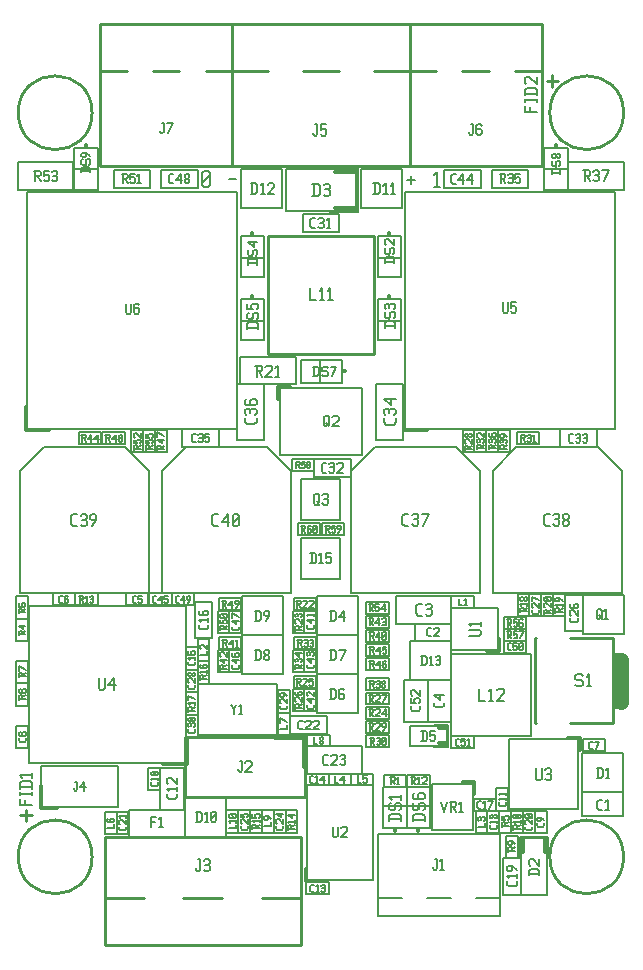
<source format=gbr>
G04 start of page 11 for group -4079 idx -4079 *
G04 Title: (unknown), topsilk *
G04 Creator: pcb 20140316 *
G04 CreationDate: Tue 09 Jul 2019 20:42:41 GMT UTC *
G04 For: kier *
G04 Format: Gerber/RS-274X *
G04 PCB-Dimensions (mil): 2755.91 3543.31 *
G04 PCB-Coordinate-Origin: lower left *
%MOIN*%
%FSLAX25Y25*%
%LNTOPSILK*%
%ADD175C,0.0492*%
%ADD174C,0.0197*%
%ADD173C,0.0100*%
%ADD172C,0.0098*%
%ADD171C,0.0138*%
%ADD170C,0.0118*%
%ADD169C,0.0079*%
%ADD168C,0.0059*%
G54D168*X170415Y278914D02*X173055D01*
X171735Y280234D02*Y277594D01*
X179391Y280498D02*X180447Y281554D01*
Y276274D01*
X179391D02*X181371D01*
X101963Y277030D02*X102623Y276370D01*
X101963Y280990D02*Y277030D01*
Y280990D02*X102623Y281650D01*
X103943D01*
X104603Y280990D01*
Y277030D01*
X103943Y276370D02*X104603Y277030D01*
X102623Y276370D02*X103943D01*
X101963Y277690D02*X104603Y280330D01*
X110939Y279010D02*X113579D01*
G54D169*X88780Y140945D02*X131693D01*
Y181890D01*
X123819Y189764D01*
X96654D02*X123819D01*
X88780Y140945D02*Y181890D01*
X96654Y189764D01*
X135236Y145669D02*X148228D01*
X135236Y159449D02*X148228D01*
Y145669D01*
X135236Y159449D02*Y145669D01*
G54D168*X141929Y160433D02*X149409D01*
X141929Y164370D02*X149409D01*
Y160433D01*
X141929Y164370D02*Y160433D01*
G54D169*X135236Y165354D02*X148228D01*
X135236Y179134D02*X148228D01*
Y165354D01*
X135236Y179134D02*Y165354D01*
G54D168*X134055Y160433D02*X141535D01*
X134055Y164370D02*X141535D01*
Y160433D01*
X134055Y164370D02*Y160433D01*
G54D169*X115354Y139961D02*Y126969D01*
X129134Y139961D02*Y126969D01*
X115354D02*X129134D01*
X115354Y139961D02*X129134D01*
G54D168*X107677Y139370D02*X115157D01*
X107677Y135433D02*X115157D01*
X107677Y139370D02*Y135433D01*
X115157Y139370D02*Y135433D01*
X111220Y135236D02*Y127756D01*
X115157Y135236D02*Y127756D01*
X111220D02*X115157D01*
X111220Y135236D02*X115157D01*
G54D169*X105512Y138189D02*Y125984D01*
X99606Y138189D02*Y125984D01*
Y138189D02*X105512D01*
X99606Y125984D02*X105512D01*
G54D168*X91929Y137008D02*X99409D01*
X91929Y140945D02*X99409D01*
Y137008D01*
X91929Y140945D02*Y137008D01*
X107283Y135236D02*Y127756D01*
X111220Y135236D02*Y127756D01*
X107283D02*X111220D01*
X107283Y135236D02*X111220D01*
X84449Y140945D02*X91929D01*
X84449Y137008D02*X91929D01*
X84449Y140945D02*Y137008D01*
X91929Y140945D02*Y137008D01*
G54D169*X41535Y140945D02*X84449D01*
Y181890D01*
X76575Y189764D01*
X49409D02*X76575D01*
X41535Y140945D02*Y181890D01*
X49409Y189764D01*
G54D168*X52362Y137008D02*X59843D01*
X52362Y140945D02*X59843D01*
Y137008D01*
X52362Y140945D02*Y137008D01*
X76772D02*X84252D01*
X76772Y140945D02*X84252D01*
Y137008D01*
X76772Y140945D02*Y137008D01*
X59843Y140945D02*X67323D01*
X59843Y137008D02*X67323D01*
X59843Y140945D02*Y137008D01*
X67323Y140945D02*Y137008D01*
X44094Y139961D02*Y132480D01*
X40157Y139961D02*Y132480D01*
Y139961D02*X44094D01*
X40157Y132480D02*X44094D01*
Y118504D02*Y111024D01*
X40157Y118504D02*Y111024D01*
Y118504D02*X44094D01*
X40157Y111024D02*X44094D01*
X136220Y135236D02*Y127756D01*
X140157Y135236D02*Y127756D01*
X136220D02*X140157D01*
X136220Y135236D02*X140157D01*
X132677Y126378D02*X140157D01*
X132677Y122441D02*X140157D01*
X132677Y126378D02*Y122441D01*
X140157Y126378D02*Y122441D01*
X136220Y122244D02*Y114764D01*
X140157Y122244D02*Y114764D01*
X136220D02*X140157D01*
X136220Y122244D02*X140157D01*
X132283D02*Y114764D01*
X136220Y122244D02*Y114764D01*
X132283D02*X136220D01*
X132283Y122244D02*X136220D01*
X132283Y135236D02*Y127756D01*
X136220Y135236D02*Y127756D01*
X132283D02*X136220D01*
X132283Y135236D02*X136220D01*
X132677Y139370D02*X140157D01*
X132677Y135433D02*X140157D01*
X132677Y139370D02*Y135433D01*
X140157Y139370D02*Y135433D01*
G54D169*X115354Y126969D02*Y113976D01*
X129134Y126969D02*Y113976D01*
X115354D02*X129134D01*
X115354Y126969D02*X129134D01*
G54D168*X107283Y122244D02*Y114764D01*
X111220Y122244D02*Y114764D01*
X107283D02*X111220D01*
X107283Y122244D02*X111220D01*
X107677Y126378D02*X115157D01*
X107677Y122441D02*X115157D01*
X107677Y126378D02*Y122441D01*
X115157Y126378D02*Y122441D01*
X111220Y122244D02*Y114764D01*
X115157Y122244D02*Y114764D01*
X111220D02*X115157D01*
X111220Y122244D02*X115157D01*
G54D169*X40748Y284646D02*X59252D01*
X40748Y275591D02*X59252D01*
X40748Y284646D02*Y275591D01*
X59252Y284646D02*Y275591D01*
X88386Y276181D02*X100591D01*
X88386Y282087D02*X100591D01*
Y276181D01*
X88386Y282087D02*Y276181D01*
X72638D02*X84843D01*
X72638Y282087D02*X84843D01*
Y276181D01*
X72638Y282087D02*Y276181D01*
X155118Y282283D02*Y269291D01*
X168898Y282283D02*Y269291D01*
X155118D02*X168898D01*
X155118Y282283D02*X168898D01*
X224016Y289370D02*Y275591D01*
X216142Y289370D02*Y275591D01*
Y289370D02*X224016D01*
X216142Y275591D02*X224016D01*
G54D170*X220079Y290354D02*Y289764D01*
G54D169*X216142Y282480D02*X224016D01*
X220079Y283661D02*Y282480D01*
X198622Y276181D02*X210827D01*
X198622Y282087D02*X210827D01*
Y276181D01*
X198622Y282087D02*Y276181D01*
X182874D02*X195079D01*
X182874Y282087D02*X195079D01*
Y276181D01*
X182874Y282087D02*Y276181D01*
X129921Y282283D02*X153543D01*
X129921Y268504D02*X153543D01*
X129921Y282283D02*Y268504D01*
X153543Y282283D02*Y268504D01*
X153937Y282677D02*Y268110D01*
X144882Y282677D02*X153937D01*
G54D171*X146457Y281496D02*X153150D01*
G54D169*X144882Y268110D02*X153937D01*
G54D171*X146457Y269291D02*X153150D01*
G54D169*X128740Y282283D02*Y269291D01*
X114961Y282283D02*Y269291D01*
Y282283D02*X128740D01*
X114961Y269291D02*X128740D01*
X67323Y289370D02*Y275591D01*
X59449Y289370D02*Y275591D01*
Y289370D02*X67323D01*
X59449Y275591D02*X67323D01*
G54D170*X63386Y290354D02*Y289764D01*
G54D169*X59449Y282480D02*X67323D01*
X63386Y283661D02*Y282480D01*
X224213Y275591D02*X242717D01*
X224213Y284646D02*X242717D01*
Y275591D01*
X224213Y284646D02*Y275591D01*
G54D172*X218012Y301181D02*G75*G03X218012Y301181I12303J0D01*G01*
G54D173*X218898Y313780D02*Y309843D01*
X216929Y311811D02*X220866D01*
G54D172*X68110Y330709D02*Y283465D01*
X112205Y330709D02*Y283465D01*
X68110D02*X112205D01*
X68110Y330709D02*X112205D01*
X103386Y314961D02*X112205D01*
X85748D02*X94567D01*
X68110D02*X76929D01*
X40846Y301181D02*G75*G03X40846Y301181I12303J0D01*G01*
X171260Y330709D02*Y283465D01*
X215354Y330709D02*Y283465D01*
X171260D02*X215354D01*
X171260Y330709D02*X215354D01*
X206535Y314961D02*X215354D01*
X188898D02*X197717D01*
X171260D02*X180079D01*
X112205Y330709D02*Y283465D01*
X171260Y330709D02*Y283465D01*
X112205D02*X171260D01*
X112205Y330709D02*X171260D01*
X159449Y314961D02*X171260D01*
X135827D02*X147638D01*
X112205D02*X124016D01*
G54D169*X135630Y267323D02*X147835D01*
X135630Y261417D02*X147835D01*
X135630Y267323D02*Y261417D01*
X147835Y267323D02*Y261417D01*
G54D172*X159449Y260236D02*Y220866D01*
X124016Y260236D02*Y220866D01*
X159449D01*
X124016Y260236D02*X159449D01*
G54D169*X168504D02*Y246457D01*
X160630Y260236D02*Y246457D01*
Y260236D02*X168504D01*
X160630Y246457D02*X168504D01*
G54D170*X164567Y261220D02*Y260630D01*
G54D169*X160630Y252854D02*X168504D01*
X164567Y254035D02*Y252854D01*
X168504Y239173D02*Y225394D01*
X160630Y239173D02*Y225394D01*
Y239173D02*X168504D01*
X160630Y225394D02*X168504D01*
G54D170*X164567Y240157D02*Y239567D01*
G54D169*X160630Y231791D02*X168504D01*
X164567Y232972D02*Y231791D01*
X122835Y260236D02*Y246457D01*
X114961Y260236D02*Y246457D01*
Y260236D02*X122835D01*
X114961Y246457D02*X122835D01*
G54D170*X118898Y261220D02*Y260630D01*
G54D169*X114961Y252854D02*X122835D01*
X118898Y254035D02*Y252854D01*
X122835Y239173D02*Y225394D01*
X114961Y239173D02*Y225394D01*
Y239173D02*X122835D01*
X114961Y225394D02*X122835D01*
G54D170*X118898Y240157D02*Y239567D01*
G54D169*X114961Y231791D02*X122835D01*
X118898Y232972D02*Y231791D01*
X135039Y211024D02*X148819D01*
X135039Y218898D02*X148819D01*
Y211024D01*
X135039Y218898D02*Y211024D01*
G54D170*X149213Y214961D02*X149803D01*
G54D169*X141437Y218898D02*Y211024D01*
Y214961D02*X142618D01*
X114764Y219685D02*X133268D01*
X114764Y210630D02*X133268D01*
X114764Y219685D02*Y210630D01*
X133268Y219685D02*Y210630D01*
X122835D02*Y192126D01*
X113780Y210630D02*Y192126D01*
Y210630D02*X122835D01*
X113780Y192126D02*X122835D01*
X127933Y209291D02*X155492D01*
X127933Y187244D02*X155492D01*
X127933Y209291D02*Y187244D01*
X155492Y209291D02*Y187244D01*
G54D170*X127539Y209685D02*Y205748D01*
Y209685D02*X131476D01*
G54D169*X139567Y179921D02*X151772D01*
X139567Y185827D02*X151772D01*
Y179921D01*
X139567Y185827D02*Y179921D01*
G54D168*X132087Y181890D02*X139567D01*
X132087Y185827D02*X139567D01*
Y181890D01*
X132087Y185827D02*Y181890D01*
X82480Y195472D02*Y187992D01*
X86417Y195472D02*Y187992D01*
X82480D02*X86417D01*
X82480Y195472D02*X86417D01*
X90354D02*Y187992D01*
X86417Y195472D02*Y187992D01*
Y195472D02*X90354D01*
X86417Y187992D02*X90354D01*
X82480Y195472D02*Y187992D01*
X78543Y195472D02*Y187992D01*
Y195472D02*X82480D01*
X78543Y187992D02*X82480D01*
X200787Y195472D02*Y187992D01*
X204724Y195472D02*Y187992D01*
X200787D02*X204724D01*
X200787Y195472D02*X204724D01*
X192913D02*Y187992D01*
X196850Y195472D02*Y187992D01*
X192913D02*X196850D01*
X192913Y195472D02*X196850D01*
X200787D02*Y187992D01*
X196850Y195472D02*Y187992D01*
Y195472D02*X200787D01*
X196850Y187992D02*X200787D01*
G54D169*X43701Y274803D02*X113780D01*
X43701Y195669D02*X113780D01*
X43701Y274803D02*Y195669D01*
X113780Y274803D02*Y195669D01*
G54D170*X43307Y195276D02*Y203150D01*
Y195276D02*X51181D01*
G54D169*X95472Y189764D02*X107677D01*
X95472Y195669D02*X107677D01*
Y189764D01*
X95472Y195669D02*Y189764D01*
G54D168*X68898Y190748D02*X76378D01*
X68898Y194685D02*X76378D01*
Y190748D01*
X68898Y194685D02*Y190748D01*
X61024Y194685D02*X68504D01*
X61024Y190748D02*X68504D01*
X61024Y194685D02*Y190748D01*
X68504Y194685D02*Y190748D01*
G54D172*X135098Y59843D02*Y23622D01*
X69626Y59843D02*Y23622D01*
Y59843D02*X135098D01*
X69626Y23622D02*X135098D01*
X69626Y39370D02*X82720D01*
X95815D02*X108909D01*
X122004D02*X135098D01*
G54D169*X88189Y82677D02*Y68898D01*
X96063Y82677D02*Y68898D01*
X88189D02*X96063D01*
X88189Y82677D02*X96063D01*
X77756Y59843D02*X96260D01*
X77756Y68898D02*X96260D01*
Y59843D01*
X77756Y68898D02*Y59843D01*
G54D168*X114173Y68701D02*Y61220D01*
X110236Y68701D02*Y61220D01*
Y68701D02*X114173D01*
X110236Y61220D02*X114173D01*
G54D172*X40846Y53150D02*G75*G03X40846Y53150I12303J0D01*G01*
G54D168*X73622Y68110D02*Y60630D01*
X77559Y68110D02*Y60630D01*
X73622D02*X77559D01*
X73622Y68110D02*X77559D01*
X73622D02*Y60630D01*
X69685Y68110D02*Y60630D01*
Y68110D02*X73622D01*
X69685Y60630D02*X73622D01*
X84252Y82874D02*Y75394D01*
X88189Y82874D02*Y75394D01*
X84252D02*X88189D01*
X84252Y82874D02*X88189D01*
G54D169*X48557Y83383D02*X74029D01*
X48557Y69800D02*X74029D01*
X48557Y83383D02*Y69800D01*
X74029Y83383D02*Y69800D01*
G54D170*X48360Y69406D02*X53832D01*
X48360Y76650D02*Y69406D01*
G54D173*X43307Y68898D02*Y64961D01*
X41339Y66929D02*X45276D01*
G54D168*X96654Y123031D02*Y115551D01*
X100591Y123031D02*Y115551D01*
X96654D02*X100591D01*
X96654Y123031D02*X100591D01*
Y125787D02*Y118307D01*
X104528Y125787D02*Y118307D01*
X100591D02*X104528D01*
X100591Y125787D02*X104528D01*
X100591Y118307D02*Y110827D01*
X104528Y118307D02*Y110827D01*
X100591D02*X104528D01*
X100591Y118307D02*X104528D01*
X127362Y108661D02*Y101181D01*
X131299Y108661D02*Y101181D01*
X127362D02*X131299D01*
X127362Y108661D02*X131299D01*
G54D169*X131496Y94094D02*X143701D01*
X131496Y100000D02*X143701D01*
Y94094D01*
X131496Y100000D02*Y94094D01*
G54D168*X131299Y101181D02*Y93701D01*
X127362Y101181D02*Y93701D01*
Y101181D02*X131299D01*
X127362Y93701D02*X131299D01*
X136220Y109252D02*Y101772D01*
X140157Y109252D02*Y101772D01*
X136220D02*X140157D01*
X136220Y109252D02*X140157D01*
X132283D02*Y101772D01*
X136220Y109252D02*Y101772D01*
X132283D02*X136220D01*
X132283Y109252D02*X136220D01*
G54D169*X100787Y93898D02*X127165D01*
X100787Y110827D02*X127165D01*
Y93898D01*
X100787Y110827D02*Y93898D01*
G54D168*X100591Y115551D02*Y108071D01*
X96654Y115551D02*Y108071D01*
Y115551D02*X100591D01*
X96654Y108071D02*X100591D01*
X96654D02*Y100591D01*
X100591Y108071D02*Y100591D01*
X96654D02*X100591D01*
X96654Y108071D02*X100591D01*
X40157Y111024D02*Y103543D01*
X44094Y111024D02*Y103543D01*
X40157D02*X44094D01*
X40157Y111024D02*X44094D01*
Y96850D02*Y89370D01*
X40157Y96850D02*Y89370D01*
Y96850D02*X44094D01*
X40157Y89370D02*X44094D01*
G54D169*X44291Y84449D02*X96654D01*
X44291Y136811D02*X96654D01*
Y84449D01*
X44291Y136811D02*Y84449D01*
G54D170*X97047Y91929D02*Y84055D01*
X89173D02*X97047D01*
G54D168*X40157Y132480D02*Y125000D01*
X44094Y132480D02*Y125000D01*
X40157D02*X44094D01*
X40157Y132480D02*X44094D01*
G54D169*X96260Y72835D02*Y59843D01*
X110039Y72835D02*Y59843D01*
X96260D02*X110039D01*
X96260Y72835D02*X110039D01*
G54D172*X96496Y72992D02*X136496D01*
X96496Y92992D02*X136496D01*
Y72992D01*
X96496Y92992D02*Y72992D01*
G54D174*X126496Y92992D02*X136496D01*
Y82992D01*
G54D168*X136811Y76969D02*X144291D01*
X136811Y80906D02*X144291D01*
Y76969D01*
X136811Y80906D02*Y76969D01*
X96654Y100591D02*Y93110D01*
X100591Y100591D02*Y93110D01*
X96654D02*X100591D01*
X96654Y100591D02*X100591D01*
X137205Y89961D02*X144685D01*
X137205Y93898D02*X144685D01*
Y89961D01*
X137205Y93898D02*Y89961D01*
X144291Y76969D02*X151772D01*
X144291Y80906D02*X151772D01*
Y76969D01*
X144291Y80906D02*Y76969D01*
X136811Y40748D02*X144291D01*
X136811Y44685D02*X144291D01*
Y40748D01*
X136811Y44685D02*Y40748D01*
X122047Y68701D02*Y61220D01*
X125984Y68701D02*Y61220D01*
X122047D02*X125984D01*
X122047Y68701D02*X125984D01*
X129921D02*Y61220D01*
X125984Y68701D02*Y61220D01*
Y68701D02*X129921D01*
X125984Y61220D02*X129921D01*
X114173Y68701D02*Y61220D01*
X118110Y68701D02*Y61220D01*
X114173D02*X118110D01*
X114173Y68701D02*X118110D01*
X133858D02*Y61220D01*
X129921Y68701D02*Y61220D01*
Y68701D02*X133858D01*
X129921Y61220D02*X133858D01*
X118110Y68701D02*Y61220D01*
X122047Y68701D02*Y61220D01*
X118110D02*X122047D01*
X118110Y68701D02*X122047D01*
G54D169*X169685Y274803D02*X239764D01*
X169685Y195669D02*X239764D01*
X169685Y274803D02*Y195669D01*
X239764Y274803D02*Y195669D01*
G54D170*X169291Y195276D02*Y203150D01*
Y195276D02*X177165D01*
G54D169*X221457Y189764D02*X233661D01*
X221457Y195669D02*X233661D01*
Y189764D01*
X221457Y195669D02*Y189764D01*
G54D168*X207087Y190748D02*X214567D01*
X207087Y194685D02*X214567D01*
Y190748D01*
X207087Y194685D02*Y190748D01*
G54D169*X228740Y74606D02*X242520D01*
X228740Y66732D02*X242520D01*
X228740Y74606D02*Y66732D01*
X242520Y74606D02*Y66732D01*
G54D168*X212992Y68504D02*Y61024D01*
X216929Y68504D02*Y61024D01*
X212992D02*X216929D01*
X212992Y68504D02*X216929D01*
G54D169*X227559Y92323D02*Y69094D01*
X204331Y92323D02*Y69094D01*
Y92323D02*X227559D01*
X204331Y69094D02*X227559D01*
G54D170*X224016Y92717D02*X227953D01*
Y88780D01*
G54D168*X228937Y88386D02*X236417D01*
X228937Y92323D02*X236417D01*
Y88386D01*
X228937Y92323D02*Y88386D01*
G54D169*X242520Y87598D02*Y74606D01*
X228740Y87598D02*Y74606D01*
Y87598D02*X242520D01*
X228740Y74606D02*X242520D01*
G54D172*X218012Y53150D02*G75*G03X218012Y53150I12303J0D01*G01*
G54D169*X208465Y59449D02*Y40551D01*
X217126Y59449D02*Y40551D01*
X208465D02*X217126D01*
X208465Y59449D02*X217126D01*
X208071Y59843D02*X217520D01*
X208071D02*Y53150D01*
G54D171*X209055Y59055D02*Y54724D01*
G54D169*X217520Y59843D02*Y53150D01*
G54D171*X216535Y59055D02*Y54724D01*
G54D169*X137008Y80906D02*X155512D01*
X137008Y89961D02*X155512D01*
Y80906D01*
X137008Y89961D02*Y80906D01*
G54D168*X185236Y89370D02*X192717D01*
X185236Y93307D02*X192717D01*
Y89370D01*
X185236Y93307D02*Y89370D01*
G54D169*X192520Y77559D02*Y62205D01*
X178740Y77559D02*Y62205D01*
Y77559D02*X192520D01*
X178740Y62205D02*X192520D01*
G54D170*X188976Y77953D02*X192913D01*
Y74016D01*
G54D168*X170472Y80512D02*X177953D01*
X170472Y76575D02*X177953D01*
X170472Y80512D02*Y76575D01*
X177953Y80512D02*Y76575D01*
G54D169*X170276D02*Y62795D01*
X178150Y76575D02*Y62795D01*
X170276D02*X178150D01*
X170276Y76575D02*X178150D01*
G54D170*X174213Y62402D02*Y61811D01*
G54D169*X170276Y70177D02*X178150D01*
X174213D02*Y68996D01*
G54D168*X162598Y80512D02*X170079D01*
X162598Y76575D02*X170079D01*
X162598Y80512D02*Y76575D01*
X170079Y80512D02*Y76575D01*
G54D169*X162402D02*Y62795D01*
X170276Y76575D02*Y62795D01*
X162402D02*X170276D01*
X162402Y76575D02*X170276D01*
G54D170*X166339Y62402D02*Y61811D01*
G54D169*X162402Y70177D02*X170276D01*
X166339D02*Y68996D01*
X137008Y76969D02*Y45472D01*
X159055Y76969D02*Y45472D01*
X137008D02*X159055D01*
X137008Y76969D02*X159055D01*
G54D170*X136614Y45079D02*X140551D01*
X136614Y49016D02*Y45079D01*
G54D168*X156890Y89764D02*X164370D01*
X156890Y93701D02*X164370D01*
Y89764D01*
X156890Y93701D02*Y89764D01*
G54D169*X201575Y60630D02*Y33346D01*
X160630Y60630D02*Y33346D01*
Y60630D02*X201575D01*
X160630Y33346D02*X201575D01*
X160630Y39370D02*X168819D01*
X177008D02*X185197D01*
X193386D02*X201575D01*
X202362Y52756D02*Y40551D01*
X208268Y52756D02*Y40551D01*
X202362D02*X208268D01*
X202362Y52756D02*X208268D01*
G54D168*X207283Y60236D02*Y52756D01*
X203346Y60236D02*Y52756D01*
Y60236D02*X207283D01*
X203346Y52756D02*X207283D01*
X209055Y68504D02*Y61024D01*
X212992Y68504D02*Y61024D01*
X209055D02*X212992D01*
X209055Y68504D02*X212992D01*
X205118D02*Y61024D01*
X209055Y68504D02*Y61024D01*
X205118D02*X209055D01*
X205118Y68504D02*X209055D01*
X205118D02*Y61024D01*
X201181Y68504D02*Y61024D01*
Y68504D02*X205118D01*
X201181Y61024D02*X205118D01*
X201181Y68504D02*Y61024D01*
X197244Y68504D02*Y61024D01*
Y68504D02*X201181D01*
X197244Y61024D02*X201181D01*
X193307Y68504D02*Y61024D01*
X197244Y68504D02*Y61024D01*
X193307D02*X197244D01*
X193307Y68504D02*X197244D01*
X200197Y75984D02*Y68504D01*
X204134Y75984D02*Y68504D01*
X200197D02*X204134D01*
X200197Y75984D02*X204134D01*
X192717Y68504D02*X200197D01*
X192717Y72441D02*X200197D01*
Y68504D01*
X192717Y72441D02*Y68504D01*
G54D169*X151772Y140945D02*X194685D01*
Y181890D01*
X186811Y189764D01*
X159646D02*X186811D01*
X151772Y140945D02*Y181890D01*
X159646Y189764D01*
X199016Y140945D02*X241929D01*
Y181890D01*
X234055Y189764D01*
X206890D02*X234055D01*
X199016Y140945D02*Y181890D01*
X206890Y189764D01*
G54D168*X211220Y140748D02*Y133268D01*
X207283Y140748D02*Y133268D01*
Y140748D02*X211220D01*
X207283Y133268D02*X211220D01*
X215157Y140748D02*Y133268D01*
X211220Y140748D02*Y133268D01*
Y140748D02*X215157D01*
X211220Y133268D02*X215157D01*
X156890Y134252D02*X164370D01*
X156890Y138189D02*X164370D01*
Y134252D01*
X156890Y138189D02*Y134252D01*
G54D169*X169094Y210630D02*Y192126D01*
X160039Y210630D02*Y192126D01*
Y210630D02*X169094D01*
X160039Y192126D02*X169094D01*
G54D168*X215157Y140748D02*Y133268D01*
X219094Y140748D02*Y133268D01*
X215157D02*X219094D01*
X215157Y140748D02*X219094D01*
X192913Y195472D02*Y187992D01*
X188976Y195472D02*Y187992D01*
Y195472D02*X192913D01*
X188976Y187992D02*X192913D01*
G54D172*X213189Y97638D02*X213583D01*
X224606D02*X239173D01*
X213189Y125984D02*X213583D01*
X224606D02*X239173D01*
X213189D02*Y97638D01*
X239173Y125984D02*Y97638D01*
G54D175*X241634Y118701D02*Y104921D01*
G54D172*X239173Y102953D02*X241634D01*
X239173Y120669D02*X241634D01*
G54D169*X242913Y140551D02*Y127559D01*
X229134Y140551D02*Y127559D01*
Y140551D02*X242913D01*
X229134Y127559D02*X242913D01*
X229134Y140551D02*Y128346D01*
X223228Y140551D02*Y128346D01*
Y140551D02*X229134D01*
X223228Y128346D02*X229134D01*
G54D168*X219094Y140748D02*Y133268D01*
X223031Y140748D02*Y133268D01*
X219094D02*X223031D01*
X219094Y140748D02*X223031D01*
X171260Y96811D02*X183858D01*
X171260Y90197D02*X183858D01*
X171260Y96811D02*Y90197D01*
X183858Y96811D02*Y90197D01*
X184252Y97205D02*Y89803D01*
X179528Y97205D02*X184252D01*
G54D170*X181102Y96024D02*X183858D01*
G54D168*X179528Y89803D02*X184252D01*
G54D170*X181102Y90984D02*X183858D01*
G54D169*X177362Y112008D02*Y98228D01*
X169488Y112008D02*Y98228D01*
Y112008D02*X177362D01*
X169488Y98228D02*X177362D01*
X185236Y125000D02*Y112008D01*
X171457Y125000D02*Y112008D01*
Y125000D02*X185236D01*
X171457Y112008D02*X185236D01*
Y98228D01*
X177362Y112008D02*Y98228D01*
Y112008D02*X185236D01*
X177362Y98228D02*X185236D01*
G54D168*X202756Y121260D02*X210236D01*
X202756Y125197D02*X210236D01*
Y121260D01*
X202756Y125197D02*Y121260D01*
G54D169*X185236Y120866D02*Y93307D01*
X211614Y120866D02*Y93307D01*
X185236D02*X211614D01*
X185236Y120866D02*X211614D01*
G54D168*X202756Y129134D02*X210236D01*
X202756Y125197D02*X210236D01*
X202756Y129134D02*Y125197D01*
X210236Y129134D02*Y125197D01*
X202756Y129134D02*X210236D01*
X202756Y133071D02*X210236D01*
Y129134D01*
X202756Y133071D02*Y129134D01*
G54D169*X185236Y122244D02*X200591D01*
X185236Y136024D02*X200591D01*
Y122244D01*
X185236Y136024D02*Y122244D01*
G54D170*X200984Y125787D02*Y121850D01*
X197047D02*X200984D01*
G54D168*X185236Y139961D02*X192717D01*
X185236Y136024D02*X192717D01*
X185236Y139961D02*Y136024D01*
X192717Y139961D02*Y136024D01*
G54D169*X173031Y130906D02*X185236D01*
X173031Y125000D02*X185236D01*
X173031Y130906D02*Y125000D01*
X185236Y130906D02*Y125000D01*
G54D168*X132677Y113386D02*X140157D01*
X132677Y109449D02*X140157D01*
X132677Y113386D02*Y109449D01*
X140157Y113386D02*Y109449D01*
G54D169*X140354Y113976D02*Y100984D01*
X154134Y113976D02*Y100984D01*
X140354D02*X154134D01*
X140354Y113976D02*X154134D01*
X140354Y126969D02*Y113976D01*
X154134Y126969D02*Y113976D01*
X140354D02*X154134D01*
X140354Y126969D02*X154134D01*
G54D168*X151772Y76969D02*X159252D01*
X151772Y80906D02*X159252D01*
Y76969D01*
X151772Y80906D02*Y76969D01*
X156890Y98425D02*X164370D01*
X156890Y94488D02*X164370D01*
X156890Y98425D02*Y94488D01*
X164370Y98425D02*Y94488D01*
G54D169*X166732Y139961D02*X185236D01*
X166732Y130906D02*X185236D01*
X166732Y139961D02*Y130906D01*
X185236Y139961D02*Y130906D01*
X140354Y139961D02*Y126969D01*
X154134Y139961D02*Y126969D01*
X140354D02*X154134D01*
X140354Y139961D02*X154134D01*
G54D168*X156890Y129528D02*X164370D01*
X156890Y133465D02*X164370D01*
Y129528D01*
X156890Y133465D02*Y129528D01*
Y108661D02*X164370D01*
X156890Y112598D02*X164370D01*
Y108661D01*
X156890Y112598D02*Y108661D01*
Y128740D02*X164370D01*
X156890Y124803D02*X164370D01*
X156890Y128740D02*Y124803D01*
X164370Y128740D02*Y124803D01*
X156890Y124016D02*X164370D01*
X156890Y120079D02*X164370D01*
X156890Y124016D02*Y120079D01*
X164370Y124016D02*Y120079D01*
X156890Y115354D02*X164370D01*
X156890Y119291D02*X164370D01*
Y115354D01*
X156890Y119291D02*Y115354D01*
Y103937D02*X164370D01*
X156890Y107874D02*X164370D01*
Y103937D01*
X156890Y107874D02*Y103937D01*
Y103150D02*X164370D01*
X156890Y99213D02*X164370D01*
X156890Y103150D02*Y99213D01*
X164370Y103150D02*Y99213D01*
X139563Y216543D02*Y213423D01*
X140577Y216543D02*X141123Y215997D01*
Y213969D01*
X140577Y213423D02*X141123Y213969D01*
X139173Y213423D02*X140577D01*
X139173Y216543D02*X140577D01*
X143619D02*X144009Y216153D01*
X142449Y216543D02*X143619D01*
X142059Y216153D02*X142449Y216543D01*
X142059Y216153D02*Y215373D01*
X142449Y214983D01*
X143619D01*
X144009Y214593D01*
Y213813D01*
X143619Y213423D02*X144009Y213813D01*
X142449Y213423D02*X143619D01*
X142059Y213813D02*X142449Y213423D01*
X145335D02*X146895Y216543D01*
X144945D02*X146895D01*
X119882Y216817D02*X121682D01*
X122132Y216367D01*
Y215467D01*
X121682Y215017D02*X122132Y215467D01*
X120332Y215017D02*X121682D01*
X120332Y216817D02*Y213217D01*
X121052Y215017D02*X122132Y213217D01*
X123212Y216367D02*X123662Y216817D01*
X125012D01*
X125462Y216367D01*
Y215467D01*
X123212Y213217D02*X125462Y215467D01*
X123212Y213217D02*X125462D01*
X126542Y216097D02*X127262Y216817D01*
Y213217D01*
X126542D02*X127892D01*
X120254Y199401D02*Y198127D01*
X119568Y197441D02*X120254Y198127D01*
X117020Y197441D02*X119568D01*
X117020D02*X116334Y198127D01*
Y199401D02*Y198127D01*
X116824Y200577D02*X116334Y201067D01*
Y202047D02*Y201067D01*
Y202047D02*X116824Y202537D01*
X120254Y202047D02*X119764Y202537D01*
X120254Y202047D02*Y201067D01*
X119764Y200577D02*X120254Y201067D01*
X118098Y202047D02*Y201067D01*
X116824Y202537D02*X117608D01*
X118588D02*X119764D01*
X118588D02*X118098Y202047D01*
X117608Y202537D02*X118098Y202047D01*
X116334Y205183D02*X116824Y205673D01*
X116334Y205183D02*Y204203D01*
X116824Y203713D02*X116334Y204203D01*
X116824Y203713D02*X119764D01*
X120254Y204203D01*
X118098Y205183D02*X118588Y205673D01*
X118098Y205183D02*Y203713D01*
X120254Y205183D02*Y204203D01*
Y205183D02*X119764Y205673D01*
X118588D02*X119764D01*
X142717Y199660D02*Y197050D01*
Y199660D02*X143152Y200095D01*
X144022D01*
X144457Y199660D01*
Y197485D01*
X143587Y196615D02*X144457Y197485D01*
X143152Y196615D02*X143587D01*
X142717Y197050D02*X143152Y196615D01*
X143587Y197920D02*X144457Y196615D01*
X145501Y199660D02*X145936Y200095D01*
X147241D01*
X147676Y199660D01*
Y198790D01*
X145501Y196615D02*X147676Y198790D01*
X145501Y196615D02*X147676D01*
X142489Y181236D02*X143529D01*
X141929Y181796D02*X142489Y181236D01*
X141929Y183876D02*Y181796D01*
Y183876D02*X142489Y184436D01*
X143529D01*
X144489Y184036D02*X144889Y184436D01*
X145689D01*
X146089Y184036D01*
X145689Y181236D02*X146089Y181636D01*
X144889Y181236D02*X145689D01*
X144489Y181636D02*X144889Y181236D01*
Y182996D02*X145689D01*
X146089Y184036D02*Y183396D01*
Y182596D02*Y181636D01*
Y182596D02*X145689Y182996D01*
X146089Y183396D02*X145689Y182996D01*
X147049Y184036D02*X147449Y184436D01*
X148649D01*
X149049Y184036D01*
Y183236D01*
X147049Y181236D02*X149049Y183236D01*
X147049Y181236D02*X149049D01*
X133268Y184883D02*X134368D01*
X134643Y184608D01*
Y184058D01*
X134368Y183783D02*X134643Y184058D01*
X133543Y183783D02*X134368D01*
X133543Y184883D02*Y182683D01*
X133983Y183783D02*X134643Y182683D01*
X135303Y184883D02*X136403D01*
X135303D02*Y183783D01*
X135578Y184058D01*
X136128D01*
X136403Y183783D01*
Y182958D01*
X136128Y182683D02*X136403Y182958D01*
X135578Y182683D02*X136128D01*
X135303Y182958D02*X135578Y182683D01*
X137063Y182958D02*X137338Y182683D01*
X137063Y183398D02*Y182958D01*
Y183398D02*X137448Y183783D01*
X137778D01*
X138163Y183398D01*
Y182958D01*
X137888Y182683D02*X138163Y182958D01*
X137338Y182683D02*X137888D01*
X137063Y184168D02*X137448Y183783D01*
X137063Y184608D02*Y184168D01*
Y184608D02*X137338Y184883D01*
X137888D01*
X138163Y184608D01*
Y184168D01*
X137778Y183783D02*X138163Y184168D01*
X99119Y191332D02*X100042D01*
X98622Y191829D02*X99119Y191332D01*
X98622Y193675D02*Y191829D01*
Y193675D02*X99119Y194172D01*
X100042D01*
X100894Y193817D02*X101249Y194172D01*
X101959D01*
X102314Y193817D01*
X101959Y191332D02*X102314Y191687D01*
X101249Y191332D02*X101959D01*
X100894Y191687D02*X101249Y191332D01*
Y192894D02*X101959D01*
X102314Y193817D02*Y193249D01*
Y192539D02*Y191687D01*
Y192539D02*X101959Y192894D01*
X102314Y193249D02*X101959Y192894D01*
X103166Y194172D02*X104586D01*
X103166D02*Y192752D01*
X103521Y193107D01*
X104231D01*
X104586Y192752D01*
Y191687D01*
X104231Y191332D02*X104586Y191687D01*
X103521Y191332D02*X104231D01*
X103166Y191687D02*X103521Y191332D01*
X104197Y130537D02*Y129497D01*
X103637Y128937D02*X104197Y129497D01*
X101557Y128937D02*X103637D01*
X101557D02*X100997Y129497D01*
Y130537D02*Y129497D01*
X101637Y131497D02*X100997Y132137D01*
X104197D01*
Y132697D02*Y131497D01*
X100997Y134857D02*X101397Y135257D01*
X100997Y134857D02*Y134057D01*
X101397Y133657D02*X100997Y134057D01*
X101397Y133657D02*X103797D01*
X104197Y134057D01*
X102437Y134857D02*X102837Y135257D01*
X102437Y134857D02*Y133657D01*
X104197Y134857D02*Y134057D01*
Y134857D02*X103797Y135257D01*
X102837D02*X103797D01*
X101387Y120472D02*X103787D01*
Y121672D02*Y120472D01*
X101687Y122392D02*X101387Y122692D01*
Y123592D02*Y122692D01*
Y123592D02*X101687Y123892D01*
X102287D01*
X103787Y122392D02*X102287Y123892D01*
X103787D02*Y122392D01*
X138599Y154298D02*Y151018D01*
X139665Y154298D02*X140239Y153724D01*
Y151592D01*
X139665Y151018D02*X140239Y151592D01*
X138189Y151018D02*X139665D01*
X138189Y154298D02*X139665D01*
X141223Y153642D02*X141879Y154298D01*
Y151018D01*
X141223D02*X142453D01*
X143437Y154298D02*X145077D01*
X143437D02*Y152658D01*
X143847Y153068D01*
X144667D01*
X145077Y152658D01*
Y151428D01*
X144667Y151018D02*X145077Y151428D01*
X143847Y151018D02*X144667D01*
X143437Y151428D02*X143847Y151018D01*
X143110Y163573D02*X144310D01*
X144610Y163273D01*
Y162673D01*
X144310Y162373D02*X144610Y162673D01*
X143410Y162373D02*X144310D01*
X143410Y163573D02*Y161173D01*
X143890Y162373D02*X144610Y161173D01*
X145330Y163573D02*X146530D01*
X145330D02*Y162373D01*
X145630Y162673D01*
X146230D01*
X146530Y162373D01*
Y161473D01*
X146230Y161173D02*X146530Y161473D01*
X145630Y161173D02*X146230D01*
X145330Y161473D02*X145630Y161173D01*
X147550D02*X148450Y162373D01*
Y163273D02*Y162373D01*
X148150Y163573D02*X148450Y163273D01*
X147550Y163573D02*X148150D01*
X147250Y163273D02*X147550Y163573D01*
X147250Y163273D02*Y162673D01*
X147550Y162373D01*
X148450D01*
X139370Y173650D02*Y170950D01*
Y173650D02*X139820Y174100D01*
X140720D01*
X141170Y173650D01*
Y171400D01*
X140270Y170500D02*X141170Y171400D01*
X139820Y170500D02*X140270D01*
X139370Y170950D02*X139820Y170500D01*
X140270Y171850D02*X141170Y170500D01*
X142250Y173650D02*X142700Y174100D01*
X143600D01*
X144050Y173650D01*
X143600Y170500D02*X144050Y170950D01*
X142700Y170500D02*X143600D01*
X142250Y170950D02*X142700Y170500D01*
Y172480D02*X143600D01*
X144050Y173650D02*Y172930D01*
Y172030D02*Y170950D01*
Y172030D02*X143600Y172480D01*
X144050Y172930D02*X143600Y172480D01*
X135039Y163573D02*X136239D01*
X136539Y163273D01*
Y162673D01*
X136239Y162373D02*X136539Y162673D01*
X135339Y162373D02*X136239D01*
X135339Y163573D02*Y161173D01*
X135819Y162373D02*X136539Y161173D01*
X138159Y163573D02*X138459Y163273D01*
X137559Y163573D02*X138159D01*
X137259Y163273D02*X137559Y163573D01*
X137259Y163273D02*Y161473D01*
X137559Y161173D01*
X138159Y162493D02*X138459Y162193D01*
X137259Y162493D02*X138159D01*
X137559Y161173D02*X138159D01*
X138459Y161473D01*
Y162193D02*Y161473D01*
X139179D02*X139479Y161173D01*
X139179Y163273D02*Y161473D01*
Y163273D02*X139479Y163573D01*
X140079D01*
X140379Y163273D01*
Y161473D01*
X140079Y161173D02*X140379Y161473D01*
X139479Y161173D02*X140079D01*
X139179Y161773D02*X140379Y162973D01*
X145095Y135204D02*Y131924D01*
X146161Y135204D02*X146735Y134630D01*
Y132498D01*
X146161Y131924D02*X146735Y132498D01*
X144685Y131924D02*X146161D01*
X144685Y135204D02*X146161D01*
X147719Y133154D02*X149359Y135204D01*
X147719Y133154D02*X149769D01*
X149359Y135204D02*Y131924D01*
X139417Y130334D02*Y129554D01*
X138997Y129134D02*X139417Y129554D01*
X137437Y129134D02*X138997D01*
X137437D02*X137017Y129554D01*
Y130334D02*Y129554D01*
X138517Y131054D02*X137017Y132254D01*
X138517Y132554D02*Y131054D01*
X137017Y132254D02*X139417D01*
X137497Y133274D02*X137017Y133754D01*
X139417D01*
Y134174D02*Y133274D01*
X133080Y129743D02*Y128543D01*
Y129743D02*X133380Y130043D01*
X133980D01*
X134280Y129743D02*X133980Y130043D01*
X134280Y129743D02*Y128843D01*
X133080D02*X135480D01*
X134280Y129323D02*X135480Y130043D01*
X133380Y130763D02*X133080Y131063D01*
Y131963D02*Y131063D01*
Y131963D02*X133380Y132263D01*
X133980D01*
X135480Y130763D02*X133980Y132263D01*
X135480D02*Y130763D01*
X133380Y132983D02*X133080Y133283D01*
Y133883D02*Y133283D01*
Y133883D02*X133380Y134183D01*
X135480Y133883D02*X135180Y134183D01*
X135480Y133883D02*Y133283D01*
X135180Y132983D02*X135480Y133283D01*
X134160Y133883D02*Y133283D01*
X133380Y134183D02*X133860D01*
X134460D02*X135180D01*
X134460D02*X134160Y133883D01*
X133860Y134183D02*X134160Y133883D01*
X133465Y138573D02*X134665D01*
X134965Y138273D01*
Y137673D01*
X134665Y137373D02*X134965Y137673D01*
X133765Y137373D02*X134665D01*
X133765Y138573D02*Y136173D01*
X134245Y137373D02*X134965Y136173D01*
X135685Y138273D02*X135985Y138573D01*
X136885D01*
X137185Y138273D01*
Y137673D01*
X135685Y136173D02*X137185Y137673D01*
X135685Y136173D02*X137185D01*
X137905Y138273D02*X138205Y138573D01*
X139105D01*
X139405Y138273D01*
Y137673D01*
X137905Y136173D02*X139405Y137673D01*
X137905Y136173D02*X139405D01*
X145110Y122181D02*Y118781D01*
X146215Y122181D02*X146810Y121586D01*
Y119376D01*
X146215Y118781D02*X146810Y119376D01*
X144685Y118781D02*X146215D01*
X144685Y122181D02*X146215D01*
X148255Y118781D02*X149955Y122181D01*
X147830D02*X149955D01*
X133858Y125581D02*X135058D01*
X135358Y125281D01*
Y124681D01*
X135058Y124381D02*X135358Y124681D01*
X134158Y124381D02*X135058D01*
X134158Y125581D02*Y123181D01*
X134638Y124381D02*X135358Y123181D01*
X136078Y125281D02*X136378Y125581D01*
X136978D01*
X137278Y125281D01*
X136978Y123181D02*X137278Y123481D01*
X136378Y123181D02*X136978D01*
X136078Y123481D02*X136378Y123181D01*
Y124501D02*X136978D01*
X137278Y125281D02*Y124801D01*
Y124201D02*Y123481D01*
Y124201D02*X136978Y124501D01*
X137278Y124801D02*X136978Y124501D01*
X137998Y125281D02*X138298Y125581D01*
X138898D01*
X139198Y125281D01*
X138898Y123181D02*X139198Y123481D01*
X138298Y123181D02*X138898D01*
X137998Y123481D02*X138298Y123181D01*
Y124501D02*X138898D01*
X139198Y125281D02*Y124801D01*
Y124201D02*Y123481D01*
Y124201D02*X138898Y124501D01*
X139198Y124801D02*X138898Y124501D01*
X120110Y135174D02*Y131774D01*
X121215Y135174D02*X121810Y134579D01*
Y132369D01*
X121215Y131774D02*X121810Y132369D01*
X119685Y131774D02*X121215D01*
X119685Y135174D02*X121215D01*
X123255Y131774D02*X124530Y133474D01*
Y134749D02*Y133474D01*
X124105Y135174D02*X124530Y134749D01*
X123255Y135174D02*X124105D01*
X122830Y134749D02*X123255Y135174D01*
X122830Y134749D02*Y133899D01*
X123255Y133474D01*
X124530D01*
X108661Y138573D02*X109861D01*
X110161Y138273D01*
Y137673D01*
X109861Y137373D02*X110161Y137673D01*
X108961Y137373D02*X109861D01*
X108961Y138573D02*Y136173D01*
X109441Y137373D02*X110161Y136173D01*
X110881Y137073D02*X112081Y138573D01*
X110881Y137073D02*X112381D01*
X112081Y138573D02*Y136173D01*
X113401D02*X114301Y137373D01*
Y138273D02*Y137373D01*
X114001Y138573D02*X114301Y138273D01*
X113401Y138573D02*X114001D01*
X113101Y138273D02*X113401Y138573D01*
X113101Y138273D02*Y137673D01*
X113401Y137373D01*
X114301D01*
X108080Y129940D02*Y128740D01*
Y129940D02*X108380Y130240D01*
X108980D01*
X109280Y129940D02*X108980Y130240D01*
X109280Y129940D02*Y129040D01*
X108080D02*X110480D01*
X109280Y129520D02*X110480Y130240D01*
X108080Y132160D02*Y130960D01*
X109280D01*
X108980Y131260D01*
Y131860D02*Y131260D01*
Y131860D02*X109280Y132160D01*
X110180D01*
X110480Y131860D02*X110180Y132160D01*
X110480Y131860D02*Y131260D01*
X110180Y130960D02*X110480Y131260D01*
X110180Y132880D02*X110480Y133180D01*
X108380Y132880D02*X110180D01*
X108380D02*X108080Y133180D01*
Y133780D02*Y133180D01*
Y133780D02*X108380Y134080D01*
X110180D01*
X110480Y133780D02*X110180Y134080D01*
X110480Y133780D02*Y133180D01*
X109880Y132880D02*X108680Y134080D01*
X114367Y129920D02*Y129153D01*
X113954Y128740D02*X114367Y129153D01*
X112420Y128740D02*X113954D01*
X112420D02*X112007Y129153D01*
Y129920D02*Y129153D01*
X113482Y130628D02*X112007Y131808D01*
X113482Y132103D02*Y130628D01*
X112007Y131808D02*X114367D01*
Y133106D02*X112007Y134286D01*
Y132811D01*
X120110Y122181D02*Y118781D01*
X121215Y122181D02*X121810Y121586D01*
Y119376D01*
X121215Y118781D02*X121810Y119376D01*
X119685Y118781D02*X121215D01*
X119685Y122181D02*X121215D01*
X122830Y119206D02*X123255Y118781D01*
X122830Y119886D02*Y119206D01*
Y119886D02*X123425Y120481D01*
X123935D01*
X124530Y119886D01*
Y119206D01*
X124105Y118781D02*X124530Y119206D01*
X123255Y118781D02*X124105D01*
X122830Y121076D02*X123425Y120481D01*
X122830Y121756D02*Y121076D01*
Y121756D02*X123255Y122181D01*
X124105D01*
X124530Y121756D01*
Y121076D01*
X123935Y120481D02*X124530Y121076D01*
X108858Y125581D02*X110058D01*
X110358Y125281D01*
Y124681D01*
X110058Y124381D02*X110358Y124681D01*
X109158Y124381D02*X110058D01*
X109158Y125581D02*Y123181D01*
X109638Y124381D02*X110358Y123181D01*
X111078Y124081D02*X112278Y125581D01*
X111078Y124081D02*X112578D01*
X112278Y125581D02*Y123181D01*
X113298Y125101D02*X113778Y125581D01*
Y123181D01*
X113298D02*X114198D01*
X118752Y277653D02*Y274093D01*
X119909Y277653D02*X120532Y277030D01*
Y274716D01*
X119909Y274093D02*X120532Y274716D01*
X118307Y274093D02*X119909D01*
X118307Y277653D02*X119909D01*
X121600Y276941D02*X122312Y277653D01*
Y274093D01*
X121600D02*X122935D01*
X124003Y277208D02*X124448Y277653D01*
X125783D01*
X126228Y277208D01*
Y276318D01*
X124003Y274093D02*X126228Y276318D01*
X124003Y274093D02*X126228D01*
X61920Y281649D02*X64720D01*
X61920Y282559D02*X62410Y283049D01*
X64230D01*
X64720Y282559D02*X64230Y283049D01*
X64720Y282559D02*Y281299D01*
X61920Y282559D02*Y281299D01*
Y285289D02*X62270Y285639D01*
X61920Y285289D02*Y284239D01*
X62270Y283889D02*X61920Y284239D01*
X62270Y283889D02*X62970D01*
X63320Y284239D01*
Y285289D02*Y284239D01*
Y285289D02*X63670Y285639D01*
X64370D01*
X64720Y285289D02*X64370Y285639D01*
X64720Y285289D02*Y284239D01*
X64370Y283889D02*X64720Y284239D01*
Y286829D02*X63320Y287879D01*
X62270D02*X63320D01*
X61920Y287529D02*X62270Y287879D01*
X61920Y287529D02*Y286829D01*
X62270Y286479D02*X61920Y286829D01*
X62270Y286479D02*X62970D01*
X63320Y286829D01*
Y287879D02*Y286829D01*
X91491Y277596D02*X92505D01*
X90945Y278142D02*X91491Y277596D01*
X90945Y280170D02*Y278142D01*
Y280170D02*X91491Y280716D01*
X92505D01*
X93441Y278766D02*X95001Y280716D01*
X93441Y278766D02*X95391D01*
X95001Y280716D02*Y277596D01*
X96327Y277986D02*X96717Y277596D01*
X96327Y278610D02*Y277986D01*
Y278610D02*X96873Y279156D01*
X97341D01*
X97887Y278610D01*
Y277986D01*
X97497Y277596D02*X97887Y277986D01*
X96717Y277596D02*X97497D01*
X96327Y279702D02*X96873Y279156D01*
X96327Y280326D02*Y279702D01*
Y280326D02*X96717Y280716D01*
X97497D01*
X97887Y280326D01*
Y279702D01*
X97341Y279156D02*X97887Y279702D01*
X75394Y280746D02*X76894D01*
X77269Y280371D01*
Y279621D01*
X76894Y279246D02*X77269Y279621D01*
X75769Y279246D02*X76894D01*
X75769Y280746D02*Y277746D01*
X76369Y279246D02*X77269Y277746D01*
X78169Y280746D02*X79669D01*
X78169D02*Y279246D01*
X78544Y279621D01*
X79294D01*
X79669Y279246D01*
Y278121D01*
X79294Y277746D02*X79669Y278121D01*
X78544Y277746D02*X79294D01*
X78169Y278121D02*X78544Y277746D01*
X80569Y280146D02*X81169Y280746D01*
Y277746D01*
X80569D02*X81694D01*
X46063Y281797D02*X47823D01*
X48263Y281357D01*
Y280477D01*
X47823Y280037D02*X48263Y280477D01*
X46503Y280037D02*X47823D01*
X46503Y281797D02*Y278277D01*
X47207Y280037D02*X48263Y278277D01*
X49319Y281797D02*X51079D01*
X49319D02*Y280037D01*
X49759Y280477D01*
X50639D01*
X51079Y280037D01*
Y278717D01*
X50639Y278277D02*X51079Y278717D01*
X49759Y278277D02*X50639D01*
X49319Y278717D02*X49759Y278277D01*
X52135Y281357D02*X52575Y281797D01*
X53455D01*
X53895Y281357D01*
X53455Y278277D02*X53895Y278717D01*
X52575Y278277D02*X53455D01*
X52135Y278717D02*X52575Y278277D01*
Y280213D02*X53455D01*
X53895Y281357D02*Y280653D01*
Y279773D02*Y278717D01*
Y279773D02*X53455Y280213D01*
X53895Y280653D02*X53455Y280213D01*
X88601Y297752D02*X89297D01*
Y294707D01*
X88862Y294272D02*X89297Y294707D01*
X88427Y294272D02*X88862D01*
X87992Y294707D02*X88427Y294272D01*
X87992Y295142D02*Y294707D01*
X90776Y294272D02*X92516Y297752D01*
X90341D02*X92516D01*
X138784Y262679D02*X139889D01*
X138189Y263274D02*X138784Y262679D01*
X138189Y265484D02*Y263274D01*
Y265484D02*X138784Y266079D01*
X139889D01*
X140909Y265654D02*X141334Y266079D01*
X142184D01*
X142609Y265654D01*
X142184Y262679D02*X142609Y263104D01*
X141334Y262679D02*X142184D01*
X140909Y263104D02*X141334Y262679D01*
Y264549D02*X142184D01*
X142609Y265654D02*Y264974D01*
Y264124D02*Y263104D01*
Y264124D02*X142184Y264549D01*
X142609Y264974D02*X142184Y264549D01*
X143629Y265399D02*X144309Y266079D01*
Y262679D01*
X143629D02*X144904D01*
X138189Y242701D02*Y238701D01*
X140189D01*
X141389Y241901D02*X142189Y242701D01*
Y238701D01*
X141389D02*X142889D01*
X144089Y241901D02*X144889Y242701D01*
Y238701D01*
X144089D02*X145589D01*
X139824Y297298D02*X140568D01*
Y294043D01*
X140103Y293578D02*X140568Y294043D01*
X139638Y293578D02*X140103D01*
X139173Y294043D02*X139638Y293578D01*
X139173Y294508D02*Y294043D01*
X141684Y297298D02*X143544D01*
X141684D02*Y295438D01*
X142149Y295903D01*
X143079D01*
X143544Y295438D01*
Y294043D01*
X143079Y293578D02*X143544Y294043D01*
X142149Y293578D02*X143079D01*
X141684Y294043D02*X142149Y293578D01*
X117335Y250991D02*X120535D01*
X117335Y252031D02*X117895Y252591D01*
X119975D01*
X120535Y252031D02*X119975Y252591D01*
X120535Y252031D02*Y250591D01*
X117335Y252031D02*Y250591D01*
Y255151D02*X117735Y255551D01*
X117335Y255151D02*Y253951D01*
X117735Y253551D02*X117335Y253951D01*
X117735Y253551D02*X118535D01*
X118935Y253951D01*
Y255151D02*Y253951D01*
Y255151D02*X119335Y255551D01*
X120135D01*
X120535Y255151D02*X120135Y255551D01*
X120535Y255151D02*Y253951D01*
X120135Y253551D02*X120535Y253951D01*
X119335Y256511D02*X117335Y258111D01*
X119335Y258511D02*Y256511D01*
X117335Y258111D02*X120535D01*
X117219Y229574D02*X120739D01*
X117219Y230718D02*X117835Y231334D01*
X120123D01*
X120739Y230718D02*X120123Y231334D01*
X120739Y230718D02*Y229134D01*
X117219Y230718D02*Y229134D01*
Y234150D02*X117659Y234590D01*
X117219Y234150D02*Y232830D01*
X117659Y232390D02*X117219Y232830D01*
X117659Y232390D02*X118539D01*
X118979Y232830D01*
Y234150D02*Y232830D01*
Y234150D02*X119419Y234590D01*
X120299D01*
X120739Y234150D02*X120299Y234590D01*
X120739Y234150D02*Y232830D01*
X120299Y232390D02*X120739Y232830D01*
X117219Y237406D02*Y235646D01*
X118979D01*
X118539Y236086D01*
Y236966D02*Y236086D01*
Y236966D02*X118979Y237406D01*
X120299D01*
X120739Y236966D02*X120299Y237406D01*
X120739Y236966D02*Y236086D01*
X120299Y235646D02*X120739Y236086D01*
X139305Y277493D02*Y273293D01*
X140670Y277493D02*X141405Y276758D01*
Y274028D01*
X140670Y273293D02*X141405Y274028D01*
X138780Y273293D02*X140670D01*
X138780Y277493D02*X140670D01*
X142665Y276968D02*X143190Y277493D01*
X144240D01*
X144765Y276968D01*
X144240Y273293D02*X144765Y273818D01*
X143190Y273293D02*X144240D01*
X142665Y273818D02*X143190Y273293D01*
Y275603D02*X144240D01*
X144765Y276968D02*Y276128D01*
Y275078D02*Y273818D01*
Y275078D02*X144240Y275603D01*
X144765Y276128D02*X144240Y275603D01*
X159702Y277643D02*Y274043D01*
X160872Y277643D02*X161502Y277013D01*
Y274673D01*
X160872Y274043D02*X161502Y274673D01*
X159252Y274043D02*X160872D01*
X159252Y277643D02*X160872D01*
X162582Y276923D02*X163302Y277643D01*
Y274043D01*
X162582D02*X163932D01*
X165012Y276923D02*X165732Y277643D01*
Y274043D01*
X165012D02*X166362D01*
X218643Y281074D02*X221563D01*
X218643Y282023D02*X219154Y282534D01*
X221052D01*
X221563Y282023D02*X221052Y282534D01*
X221563Y282023D02*Y280709D01*
X218643Y282023D02*Y280709D01*
Y284870D02*X219008Y285235D01*
X218643Y284870D02*Y283775D01*
X219008Y283410D02*X218643Y283775D01*
X219008Y283410D02*X219738D01*
X220103Y283775D01*
Y284870D02*Y283775D01*
Y284870D02*X220468Y285235D01*
X221198D01*
X221563Y284870D02*X221198Y285235D01*
X221563Y284870D02*Y283775D01*
X221198Y283410D02*X221563Y283775D01*
X221198Y286111D02*X221563Y286476D01*
X220614Y286111D02*X221198D01*
X220614D02*X220103Y286622D01*
Y287060D02*Y286622D01*
Y287060D02*X220614Y287571D01*
X221198D01*
X221563Y287206D02*X221198Y287571D01*
X221563Y287206D02*Y286476D01*
X219592Y286111D02*X220103Y286622D01*
X219008Y286111D02*X219592D01*
X219008D02*X218643Y286476D01*
Y287206D02*Y286476D01*
Y287206D02*X219008Y287571D01*
X219592D01*
X220103Y287060D02*X219592Y287571D01*
X201378Y280746D02*X202878D01*
X203253Y280371D01*
Y279621D01*
X202878Y279246D02*X203253Y279621D01*
X201753Y279246D02*X202878D01*
X201753Y280746D02*Y277746D01*
X202353Y279246D02*X203253Y277746D01*
X204153Y280371D02*X204528Y280746D01*
X205278D01*
X205653Y280371D01*
X205278Y277746D02*X205653Y278121D01*
X204528Y277746D02*X205278D01*
X204153Y278121D02*X204528Y277746D01*
Y279396D02*X205278D01*
X205653Y280371D02*Y279771D01*
Y279021D02*Y278121D01*
Y279021D02*X205278Y279396D01*
X205653Y279771D02*X205278Y279396D01*
X206553Y280746D02*X208053D01*
X206553D02*Y279246D01*
X206928Y279621D01*
X207678D01*
X208053Y279246D01*
Y278121D01*
X207678Y277746D02*X208053Y278121D01*
X206928Y277746D02*X207678D01*
X206553Y278121D02*X206928Y277746D01*
X185592Y277546D02*X186619D01*
X185039Y278099D02*X185592Y277546D01*
X185039Y280153D02*Y278099D01*
Y280153D02*X185592Y280706D01*
X186619D01*
X187567Y278731D02*X189147Y280706D01*
X187567Y278731D02*X189542D01*
X189147Y280706D02*Y277546D01*
X190490Y278731D02*X192070Y280706D01*
X190490Y278731D02*X192465D01*
X192070Y280706D02*Y277546D01*
X229134Y281954D02*X230974D01*
X231434Y281494D01*
Y280574D01*
X230974Y280114D02*X231434Y280574D01*
X229594Y280114D02*X230974D01*
X229594Y281954D02*Y278274D01*
X230330Y280114D02*X231434Y278274D01*
X232538Y281494D02*X232998Y281954D01*
X233918D01*
X234378Y281494D01*
X233918Y278274D02*X234378Y278734D01*
X232998Y278274D02*X233918D01*
X232538Y278734D02*X232998Y278274D01*
Y280298D02*X233918D01*
X234378Y281494D02*Y280758D01*
Y279838D02*Y278734D01*
Y279838D02*X233918Y280298D01*
X234378Y280758D02*X233918Y280298D01*
X235942Y278274D02*X237782Y281954D01*
X235482D02*X237782D01*
X191758Y297348D02*X192462D01*
Y294268D01*
X192022Y293828D02*X192462Y294268D01*
X191582Y293828D02*X192022D01*
X191142Y294268D02*X191582Y293828D01*
X191142Y294708D02*Y294268D01*
X194838Y297348D02*X195278Y296908D01*
X193958Y297348D02*X194838D01*
X193518Y296908D02*X193958Y297348D01*
X193518Y296908D02*Y294268D01*
X193958Y293828D01*
X194838Y295764D02*X195278Y295324D01*
X193518Y295764D02*X194838D01*
X193958Y293828D02*X194838D01*
X195278Y294268D01*
Y295324D02*Y294268D01*
X169598Y163504D02*X170898D01*
X168898Y164204D02*X169598Y163504D01*
X168898Y166804D02*Y164204D01*
Y166804D02*X169598Y167504D01*
X170898D01*
X172098Y167004D02*X172598Y167504D01*
X173598D01*
X174098Y167004D01*
X173598Y163504D02*X174098Y164004D01*
X172598Y163504D02*X173598D01*
X172098Y164004D02*X172598Y163504D01*
Y165704D02*X173598D01*
X174098Y167004D02*Y166204D01*
Y165204D02*Y164004D01*
Y165204D02*X173598Y165704D01*
X174098Y166204D02*X173598Y165704D01*
X175798Y163504D02*X177798Y167504D01*
X175298D02*X177798D01*
X189753Y189940D02*Y188780D01*
Y189940D02*X190043Y190230D01*
X190623D01*
X190913Y189940D02*X190623Y190230D01*
X190913Y189940D02*Y189070D01*
X189753D02*X192073D01*
X190913Y189534D02*X192073Y190230D01*
X190043Y190926D02*X189753Y191216D01*
Y192086D02*Y191216D01*
Y192086D02*X190043Y192376D01*
X190623D01*
X192073Y190926D02*X190623Y192376D01*
X192073D02*Y190926D01*
X191783Y193072D02*X192073Y193362D01*
X191319Y193072D02*X191783D01*
X191319D02*X190913Y193478D01*
Y193826D02*Y193478D01*
Y193826D02*X191319Y194232D01*
X191783D01*
X192073Y193942D02*X191783Y194232D01*
X192073Y193942D02*Y193362D01*
X190507Y193072D02*X190913Y193478D01*
X190043Y193072D02*X190507D01*
X190043D02*X189753Y193362D01*
Y193942D02*Y193362D01*
Y193942D02*X190043Y194232D01*
X190507D01*
X190913Y193826D02*X190507Y194232D01*
X193857Y190273D02*Y189173D01*
Y190273D02*X194132Y190548D01*
X194682D01*
X194957Y190273D02*X194682Y190548D01*
X194957Y190273D02*Y189448D01*
X193857D02*X196057D01*
X194957Y189888D02*X196057Y190548D01*
X194132Y191208D02*X193857Y191483D01*
Y192033D02*Y191483D01*
Y192033D02*X194132Y192308D01*
X196057Y192033D02*X195782Y192308D01*
X196057Y192033D02*Y191483D01*
X195782Y191208D02*X196057Y191483D01*
X194847Y192033D02*Y191483D01*
X194132Y192308D02*X194572D01*
X195122D02*X195782D01*
X195122D02*X194847Y192033D01*
X194572Y192308D02*X194847Y192033D01*
X194132Y192968D02*X193857Y193243D01*
Y194068D02*Y193243D01*
Y194068D02*X194132Y194343D01*
X194682D01*
X196057Y192968D02*X194682Y194343D01*
X196057D02*Y192968D01*
X202362Y237930D02*Y234955D01*
X202787Y234530D01*
X203637D01*
X204062Y234955D01*
Y237930D02*Y234955D01*
X205082Y237930D02*X206782D01*
X205082D02*Y236230D01*
X205507Y236655D01*
X206357D01*
X206782Y236230D01*
Y234955D01*
X206357Y234530D02*X206782Y234955D01*
X205507Y234530D02*X206357D01*
X205082Y234955D02*X205507Y234530D01*
X208268Y193888D02*X209468D01*
X209768Y193588D01*
Y192988D01*
X209468Y192688D02*X209768Y192988D01*
X208568Y192688D02*X209468D01*
X208568Y193888D02*Y191488D01*
X209048Y192688D02*X209768Y191488D01*
X210488Y193588D02*X210788Y193888D01*
X211388D01*
X211688Y193588D01*
X211388Y191488D02*X211688Y191788D01*
X210788Y191488D02*X211388D01*
X210488Y191788D02*X210788Y191488D01*
Y192808D02*X211388D01*
X211688Y193588D02*Y193108D01*
Y192508D02*Y191788D01*
Y192508D02*X211388Y192808D01*
X211688Y193108D02*X211388Y192808D01*
X212408Y193408D02*X212888Y193888D01*
Y191488D01*
X212408D02*X213308D01*
X201554Y190116D02*Y188976D01*
Y190116D02*X201839Y190401D01*
X202409D01*
X202694Y190116D02*X202409Y190401D01*
X202694Y190116D02*Y189261D01*
X201554D02*X203834D01*
X202694Y189717D02*X203834Y190401D01*
X201839Y191085D02*X201554Y191370D01*
Y191940D02*Y191370D01*
Y191940D02*X201839Y192225D01*
X203834Y191940D02*X203549Y192225D01*
X203834Y191940D02*Y191370D01*
X203549Y191085D02*X203834Y191370D01*
X202580Y191940D02*Y191370D01*
X201839Y192225D02*X202295D01*
X202865D02*X203549D01*
X202865D02*X202580Y191940D01*
X202295Y192225D02*X202580Y191940D01*
X203834Y193194D02*X202694Y194049D01*
X201839D02*X202694D01*
X201554Y193764D02*X201839Y194049D01*
X201554Y193764D02*Y193194D01*
X201839Y192909D02*X201554Y193194D01*
X201839Y192909D02*X202409D01*
X202694Y193194D01*
Y194049D02*Y193194D01*
X197647Y190176D02*Y188976D01*
Y190176D02*X197947Y190476D01*
X198547D01*
X198847Y190176D02*X198547Y190476D01*
X198847Y190176D02*Y189276D01*
X197647D02*X200047D01*
X198847Y189756D02*X200047Y190476D01*
X197947Y191196D02*X197647Y191496D01*
Y192096D02*Y191496D01*
Y192096D02*X197947Y192396D01*
X200047Y192096D02*X199747Y192396D01*
X200047Y192096D02*Y191496D01*
X199747Y191196D02*X200047Y191496D01*
X198727Y192096D02*Y191496D01*
X197947Y192396D02*X198427D01*
X199027D02*X199747D01*
X199027D02*X198727Y192096D01*
X198427Y192396D02*X198727Y192096D01*
X197647Y194016D02*X197947Y194316D01*
X197647Y194016D02*Y193416D01*
X197947Y193116D02*X197647Y193416D01*
X197947Y193116D02*X199747D01*
X200047Y193416D01*
X198727Y194016D02*X199027Y194316D01*
X198727Y194016D02*Y193116D01*
X200047Y194016D02*Y193416D01*
Y194016D02*X199747Y194316D01*
X199027D02*X199747D01*
X163005Y251581D02*X166205D01*
X163005Y252621D02*X163565Y253181D01*
X165645D01*
X166205Y252621D02*X165645Y253181D01*
X166205Y252621D02*Y251181D01*
X163005Y252621D02*Y251181D01*
Y255741D02*X163405Y256141D01*
X163005Y255741D02*Y254541D01*
X163405Y254141D02*X163005Y254541D01*
X163405Y254141D02*X164205D01*
X164605Y254541D01*
Y255741D02*Y254541D01*
Y255741D02*X165005Y256141D01*
X165805D01*
X166205Y255741D02*X165805Y256141D01*
X166205Y255741D02*Y254541D01*
X165805Y254141D02*X166205Y254541D01*
X163405Y257101D02*X163005Y257501D01*
Y258701D02*Y257501D01*
Y258701D02*X163405Y259101D01*
X164205D01*
X166205Y257101D02*X164205Y259101D01*
X166205D02*Y257101D01*
X163055Y229953D02*X166455D01*
X163055Y231058D02*X163650Y231653D01*
X165860D01*
X166455Y231058D02*X165860Y231653D01*
X166455Y231058D02*Y229528D01*
X163055Y231058D02*Y229528D01*
Y234373D02*X163480Y234798D01*
X163055Y234373D02*Y233098D01*
X163480Y232673D02*X163055Y233098D01*
X163480Y232673D02*X164330D01*
X164755Y233098D01*
Y234373D02*Y233098D01*
Y234373D02*X165180Y234798D01*
X166030D01*
X166455Y234373D02*X166030Y234798D01*
X166455Y234373D02*Y233098D01*
X166030Y232673D02*X166455Y233098D01*
X163480Y235818D02*X163055Y236243D01*
Y237093D02*Y236243D01*
Y237093D02*X163480Y237518D01*
X166455Y237093D02*X166030Y237518D01*
X166455Y237093D02*Y236243D01*
X166030Y235818D02*X166455Y236243D01*
X164585Y237093D02*Y236243D01*
X163480Y237518D02*X164160D01*
X165010D02*X166030D01*
X165010D02*X164585Y237093D01*
X164160Y237518D02*X164585Y237093D01*
X166664Y199264D02*Y197951D01*
X165957Y197244D02*X166664Y197951D01*
X163331Y197244D02*X165957D01*
X163331D02*X162624Y197951D01*
Y199264D02*Y197951D01*
X163129Y200476D02*X162624Y200981D01*
Y201991D02*Y200981D01*
Y201991D02*X163129Y202496D01*
X166664Y201991D02*X166159Y202496D01*
X166664Y201991D02*Y200981D01*
X166159Y200476D02*X166664Y200981D01*
X164442Y201991D02*Y200981D01*
X163129Y202496D02*X163937D01*
X164947D02*X166159D01*
X164947D02*X164442Y201991D01*
X163937Y202496D02*X164442Y201991D01*
X165149Y203708D02*X162624Y205728D01*
X165149Y206233D02*Y203708D01*
X162624Y205728D02*X166664D01*
X157677Y132668D02*X158877D01*
X159177Y132368D01*
Y131768D01*
X158877Y131468D02*X159177Y131768D01*
X157977Y131468D02*X158877D01*
X157977Y132668D02*Y130268D01*
X158457Y131468D02*X159177Y130268D01*
X159897Y131168D02*X161097Y132668D01*
X159897Y131168D02*X161397D01*
X161097Y132668D02*Y130268D01*
X162117Y132368D02*X162417Y132668D01*
X163017D01*
X163317Y132368D01*
X163017Y130268D02*X163317Y130568D01*
X162417Y130268D02*X163017D01*
X162117Y130568D02*X162417Y130268D01*
Y131588D02*X163017D01*
X163317Y132368D02*Y131888D01*
Y131288D02*Y130568D01*
Y131288D02*X163017Y131588D01*
X163317Y131888D02*X163017Y131588D01*
X157677Y137392D02*X158877D01*
X159177Y137092D01*
Y136492D01*
X158877Y136192D02*X159177Y136492D01*
X157977Y136192D02*X158877D01*
X157977Y137392D02*Y134992D01*
X158457Y136192D02*X159177Y134992D01*
X159897Y137392D02*X161097D01*
X159897D02*Y136192D01*
X160197Y136492D01*
X160797D01*
X161097Y136192D01*
Y135292D01*
X160797Y134992D02*X161097Y135292D01*
X160197Y134992D02*X160797D01*
X159897Y135292D02*X160197Y134992D01*
X161817Y135892D02*X163017Y137392D01*
X161817Y135892D02*X163317D01*
X163017Y137392D02*Y134992D01*
X209661Y301575D02*X213661D01*
X209661Y303575D02*Y301575D01*
X211461Y303075D02*Y301575D01*
X209661Y305775D02*Y304775D01*
Y305275D02*X213661D01*
Y305775D02*Y304775D01*
X209661Y307475D02*X213661D01*
X209661Y308775D02*X210361Y309475D01*
X212961D01*
X213661Y308775D02*X212961Y309475D01*
X213661Y308775D02*Y306975D01*
X209661Y308775D02*Y306975D01*
X210161Y310675D02*X209661Y311175D01*
Y312675D02*Y311175D01*
Y312675D02*X210161Y313175D01*
X211161D01*
X213661Y310675D02*X211161Y313175D01*
X213661D02*Y310675D01*
X76772Y237556D02*Y234651D01*
X77187Y234236D01*
X78017D01*
X78432Y234651D01*
Y237556D02*Y234651D01*
X80673Y237556D02*X81088Y237141D01*
X79843Y237556D02*X80673D01*
X79428Y237141D02*X79843Y237556D01*
X79428Y237141D02*Y234651D01*
X79843Y234236D01*
X80673Y236062D02*X81088Y235647D01*
X79428Y236062D02*X80673D01*
X79843Y234236D02*X80673D01*
X81088Y234651D01*
Y235647D02*Y234651D01*
X61811Y193888D02*X63011D01*
X63311Y193588D01*
Y192988D01*
X63011Y192688D02*X63311Y192988D01*
X62111Y192688D02*X63011D01*
X62111Y193888D02*Y191488D01*
X62591Y192688D02*X63311Y191488D01*
X64031Y192388D02*X65231Y193888D01*
X64031Y192388D02*X65531D01*
X65231Y193888D02*Y191488D01*
X66251Y192388D02*X67451Y193888D01*
X66251Y192388D02*X67751D01*
X67451Y193888D02*Y191488D01*
X79512Y137851D02*X80214D01*
X79134Y138229D02*X79512Y137851D01*
X79134Y139633D02*Y138229D01*
Y139633D02*X79512Y140011D01*
X80214D01*
X80862D02*X81942D01*
X80862D02*Y138931D01*
X81132Y139201D01*
X81672D01*
X81942Y138931D01*
Y138121D01*
X81672Y137851D02*X81942Y138121D01*
X81132Y137851D02*X81672D01*
X80862Y138121D02*X81132Y137851D01*
X93692Y137801D02*X94407D01*
X93307Y138186D02*X93692Y137801D01*
X93307Y139616D02*Y138186D01*
Y139616D02*X93692Y140001D01*
X94407D01*
X95067Y138626D02*X96167Y140001D01*
X95067Y138626D02*X96442D01*
X96167Y140001D02*Y137801D01*
X97377D02*X98202Y138901D01*
Y139726D02*Y138901D01*
X97927Y140001D02*X98202Y139726D01*
X97377Y140001D02*X97927D01*
X97102Y139726D02*X97377Y140001D01*
X97102Y139726D02*Y139176D01*
X97377Y138901D01*
X98202D01*
X86205Y137851D02*X86907D01*
X85827Y138229D02*X86205Y137851D01*
X85827Y139633D02*Y138229D01*
Y139633D02*X86205Y140011D01*
X86907D01*
X87555Y138661D02*X88635Y140011D01*
X87555Y138661D02*X88905D01*
X88635Y140011D02*Y137851D01*
X89553Y140011D02*X90633D01*
X89553D02*Y138931D01*
X89823Y139201D01*
X90363D01*
X90633Y138931D01*
Y138121D01*
X90363Y137851D02*X90633Y138121D01*
X89823Y137851D02*X90363D01*
X89553Y138121D02*X89823Y137851D01*
X69882Y193888D02*X71082D01*
X71382Y193588D01*
Y192988D01*
X71082Y192688D02*X71382Y192988D01*
X70182Y192688D02*X71082D01*
X70182Y193888D02*Y191488D01*
X70662Y192688D02*X71382Y191488D01*
X72102Y192388D02*X73302Y193888D01*
X72102Y192388D02*X73602D01*
X73302Y193888D02*Y191488D01*
X74322Y191788D02*X74622Y191488D01*
X74322Y192268D02*Y191788D01*
Y192268D02*X74742Y192688D01*
X75102D01*
X75522Y192268D01*
Y191788D01*
X75222Y191488D02*X75522Y191788D01*
X74622Y191488D02*X75222D01*
X74322Y193108D02*X74742Y192688D01*
X74322Y193588D02*Y193108D01*
Y193588D02*X74622Y193888D01*
X75222D01*
X75522Y193588D01*
Y193108D01*
X75102Y192688D02*X75522Y193108D01*
X83277Y189980D02*Y188780D01*
Y189980D02*X83577Y190280D01*
X84177D01*
X84477Y189980D02*X84177Y190280D01*
X84477Y189980D02*Y189080D01*
X83277D02*X85677D01*
X84477Y189560D02*X85677Y190280D01*
X83277Y192200D02*Y191000D01*
X84477D01*
X84177Y191300D01*
Y191900D02*Y191300D01*
Y191900D02*X84477Y192200D01*
X85377D01*
X85677Y191900D02*X85377Y192200D01*
X85677Y191900D02*Y191300D01*
X85377Y191000D02*X85677Y191300D01*
X83277Y194120D02*Y192920D01*
X84477D01*
X84177Y193220D01*
Y193820D02*Y193220D01*
Y193820D02*X84477Y194120D01*
X85377D01*
X85677Y193820D02*X85377Y194120D01*
X85677Y193820D02*Y193220D01*
X85377Y192920D02*X85677Y193220D01*
X87204Y189960D02*Y188780D01*
Y189960D02*X87499Y190255D01*
X88089D01*
X88384Y189960D02*X88089Y190255D01*
X88384Y189960D02*Y189075D01*
X87204D02*X89564D01*
X88384Y189547D02*X89564Y190255D01*
X88679Y190963D02*X87204Y192143D01*
X88679Y192438D02*Y190963D01*
X87204Y192143D02*X89564D01*
Y193441D02*X87204Y194621D01*
Y193146D01*
X79340Y189980D02*Y188780D01*
Y189980D02*X79640Y190280D01*
X80240D01*
X80540Y189980D02*X80240Y190280D01*
X80540Y189980D02*Y189080D01*
X79340D02*X81740D01*
X80540Y189560D02*X81740Y190280D01*
X79340Y192200D02*Y191000D01*
X80540D01*
X80240Y191300D01*
Y191900D02*Y191300D01*
Y191900D02*X80540Y192200D01*
X81440D01*
X81740Y191900D02*X81440Y192200D01*
X81740Y191900D02*Y191300D01*
X81440Y191000D02*X81740Y191300D01*
X79640Y192920D02*X79340Y193220D01*
Y194120D02*Y193220D01*
Y194120D02*X79640Y194420D01*
X80240D01*
X81740Y192920D02*X80240Y194420D01*
X81740D02*Y192920D01*
X106212Y163307D02*X107512D01*
X105512Y164007D02*X106212Y163307D01*
X105512Y166607D02*Y164007D01*
Y166607D02*X106212Y167307D01*
X107512D01*
X108712Y164807D02*X110712Y167307D01*
X108712Y164807D02*X111212D01*
X110712Y167307D02*Y163307D01*
X112412Y163807D02*X112912Y163307D01*
X112412Y166807D02*Y163807D01*
Y166807D02*X112912Y167307D01*
X113912D01*
X114412Y166807D01*
Y163807D01*
X113912Y163307D02*X114412Y163807D01*
X112912Y163307D02*X113912D01*
X112412Y164307D02*X114412Y166307D01*
X139417Y117145D02*Y116365D01*
X138997Y115945D02*X139417Y116365D01*
X137437Y115945D02*X138997D01*
X137437D02*X137017Y116365D01*
Y117145D02*Y116365D01*
X138517Y117865D02*X137017Y119065D01*
X138517Y119365D02*Y117865D01*
X137017Y119065D02*X139417D01*
X137317Y120085D02*X137017Y120385D01*
Y120985D02*Y120385D01*
Y120985D02*X137317Y121285D01*
X139417Y120985D02*X139117Y121285D01*
X139417Y120985D02*Y120385D01*
X139117Y120085D02*X139417Y120385D01*
X138097Y120985D02*Y120385D01*
X137317Y121285D02*X137797D01*
X138397D02*X139117D01*
X138397D02*X138097Y120985D01*
X137797Y121285D02*X138097Y120985D01*
X133080Y116948D02*Y115748D01*
Y116948D02*X133380Y117248D01*
X133980D01*
X134280Y116948D02*X133980Y117248D01*
X134280Y116948D02*Y116048D01*
X133080D02*X135480D01*
X134280Y116528D02*X135480Y117248D01*
X133380Y117968D02*X133080Y118268D01*
Y118868D02*Y118268D01*
Y118868D02*X133380Y119168D01*
X135480Y118868D02*X135180Y119168D01*
X135480Y118868D02*Y118268D01*
X135180Y117968D02*X135480Y118268D01*
X134160Y118868D02*Y118268D01*
X133380Y119168D02*X133860D01*
X134460D02*X135180D01*
X134460D02*X134160Y118868D01*
X133860Y119168D02*X134160Y118868D01*
X134580Y119888D02*X133080Y121088D01*
X134580Y121388D02*Y119888D01*
X133080Y121088D02*X135480D01*
X157874Y127953D02*X159054D01*
X159349Y127658D01*
Y127068D01*
X159054Y126773D02*X159349Y127068D01*
X158169Y126773D02*X159054D01*
X158169Y127953D02*Y125593D01*
X158641Y126773D02*X159349Y125593D01*
X160057Y126478D02*X161237Y127953D01*
X160057Y126478D02*X161532D01*
X161237Y127953D02*Y125593D01*
X162240Y125888D02*X162535Y125593D01*
X162240Y127658D02*Y125888D01*
Y127658D02*X162535Y127953D01*
X163125D01*
X163420Y127658D01*
Y125888D01*
X163125Y125593D02*X163420Y125888D01*
X162535Y125593D02*X163125D01*
X162240Y126183D02*X163420Y127363D01*
X157874Y123219D02*X159074D01*
X159374Y122919D01*
Y122319D01*
X159074Y122019D02*X159374Y122319D01*
X158174Y122019D02*X159074D01*
X158174Y123219D02*Y120819D01*
X158654Y122019D02*X159374Y120819D01*
X160094Y121719D02*X161294Y123219D01*
X160094Y121719D02*X161594D01*
X161294Y123219D02*Y120819D01*
X162314Y123219D02*X163514D01*
X162314D02*Y122019D01*
X162614Y122319D01*
X163214D01*
X163514Y122019D01*
Y121119D01*
X163214Y120819D02*X163514Y121119D01*
X162614Y120819D02*X163214D01*
X162314Y121119D02*X162614Y120819D01*
X157874Y118494D02*X159074D01*
X159374Y118194D01*
Y117594D01*
X159074Y117294D02*X159374Y117594D01*
X158174Y117294D02*X159074D01*
X158174Y118494D02*Y116094D01*
X158654Y117294D02*X159374Y116094D01*
X160094Y116994D02*X161294Y118494D01*
X160094Y116994D02*X161594D01*
X161294Y118494D02*Y116094D01*
X163214Y118494D02*X163514Y118194D01*
X162614Y118494D02*X163214D01*
X162314Y118194D02*X162614Y118494D01*
X162314Y118194D02*Y116394D01*
X162614Y116094D01*
X163214Y117414D02*X163514Y117114D01*
X162314Y117414D02*X163214D01*
X162614Y116094D02*X163214D01*
X163514Y116394D01*
Y117114D02*Y116394D01*
X157677Y102353D02*X158877D01*
X159177Y102053D01*
Y101453D01*
X158877Y101153D02*X159177Y101453D01*
X157977Y101153D02*X158877D01*
X157977Y102353D02*Y99953D01*
X158457Y101153D02*X159177Y99953D01*
X159897Y102053D02*X160197Y102353D01*
X161097D01*
X161397Y102053D01*
Y101453D01*
X159897Y99953D02*X161397Y101453D01*
X159897Y99953D02*X161397D01*
X162117Y100853D02*X163317Y102353D01*
X162117Y100853D02*X163617D01*
X163317Y102353D02*Y99953D01*
X157677Y107077D02*X158877D01*
X159177Y106777D01*
Y106177D01*
X158877Y105877D02*X159177Y106177D01*
X157977Y105877D02*X158877D01*
X157977Y107077D02*Y104677D01*
X158457Y105877D02*X159177Y104677D01*
X159897Y106777D02*X160197Y107077D01*
X161097D01*
X161397Y106777D01*
Y106177D01*
X159897Y104677D02*X161397Y106177D01*
X159897Y104677D02*X161397D01*
X162417D02*X163617Y107077D01*
X162117D02*X163617D01*
X157677Y97628D02*X158877D01*
X159177Y97328D01*
Y96728D01*
X158877Y96428D02*X159177Y96728D01*
X157977Y96428D02*X158877D01*
X157977Y97628D02*Y95228D01*
X158457Y96428D02*X159177Y95228D01*
X159897Y97328D02*X160197Y97628D01*
X161097D01*
X161397Y97328D01*
Y96728D01*
X159897Y95228D02*X161397Y96728D01*
X159897Y95228D02*X161397D01*
X162417D02*X163317Y96428D01*
Y97328D02*Y96428D01*
X163017Y97628D02*X163317Y97328D01*
X162417Y97628D02*X163017D01*
X162117Y97328D02*X162417Y97628D01*
X162117Y97328D02*Y96728D01*
X162417Y96428D01*
X163317D01*
X111811Y103924D02*X112611Y102324D01*
X113411Y103924D01*
X112611Y102324D02*Y100724D01*
X114371Y103284D02*X115011Y103924D01*
Y100724D01*
X114371D02*X115571D01*
X171654Y79715D02*X172854D01*
X173154Y79415D01*
Y78815D01*
X172854Y78515D02*X173154Y78815D01*
X171954Y78515D02*X172854D01*
X171954Y79715D02*Y77315D01*
X172434Y78515D02*X173154Y77315D01*
X173874Y79235D02*X174354Y79715D01*
Y77315D01*
X173874D02*X174774D01*
X175494Y79415D02*X175794Y79715D01*
X176694D01*
X176994Y79415D01*
Y78815D01*
X175494Y77315D02*X176994Y78815D01*
X175494Y77315D02*X176994D01*
X172260Y65461D02*X176260D01*
X172260Y66761D02*X172960Y67461D01*
X175560D01*
X176260Y66761D02*X175560Y67461D01*
X176260Y66761D02*Y64961D01*
X172260Y66761D02*Y64961D01*
Y70661D02*X172760Y71161D01*
X172260Y70661D02*Y69161D01*
X172760Y68661D02*X172260Y69161D01*
X172760Y68661D02*X173760D01*
X174260Y69161D01*
Y70661D02*Y69161D01*
Y70661D02*X174760Y71161D01*
X175760D01*
X176260Y70661D02*X175760Y71161D01*
X176260Y70661D02*Y69161D01*
X175760Y68661D02*X176260Y69161D01*
X172260Y73861D02*X172760Y74361D01*
X172260Y73861D02*Y72861D01*
X172760Y72361D02*X172260Y72861D01*
X172760Y72361D02*X175760D01*
X176260Y72861D01*
X174060Y73861D02*X174560Y74361D01*
X174060Y73861D02*Y72361D01*
X176260Y73861D02*Y72861D01*
Y73861D02*X175760Y74361D01*
X174560D02*X175760D01*
X164764Y79715D02*X165964D01*
X166264Y79415D01*
Y78815D01*
X165964Y78515D02*X166264Y78815D01*
X165064Y78515D02*X165964D01*
X165064Y79715D02*Y77315D01*
X165544Y78515D02*X166264Y77315D01*
X166984Y79235D02*X167464Y79715D01*
Y77315D01*
X166984D02*X167884D01*
X164543Y65637D02*X168383D01*
X164543Y66885D02*X165215Y67557D01*
X167711D01*
X168383Y66885D02*X167711Y67557D01*
X168383Y66885D02*Y65157D01*
X164543Y66885D02*Y65157D01*
Y70629D02*X165023Y71109D01*
X164543Y70629D02*Y69189D01*
X165023Y68709D02*X164543Y69189D01*
X165023Y68709D02*X165983D01*
X166463Y69189D01*
Y70629D02*Y69189D01*
Y70629D02*X166943Y71109D01*
X167903D01*
X168383Y70629D02*X167903Y71109D01*
X168383Y70629D02*Y69189D01*
X167903Y68709D02*X168383Y69189D01*
X165311Y72261D02*X164543Y73029D01*
X168383D01*
Y73701D02*Y72261D01*
X157874Y111802D02*X159074D01*
X159374Y111502D01*
Y110902D01*
X159074Y110602D02*X159374Y110902D01*
X158174Y110602D02*X159074D01*
X158174Y111802D02*Y109402D01*
X158654Y110602D02*X159374Y109402D01*
X160094Y111502D02*X160394Y111802D01*
X160994D01*
X161294Y111502D01*
X160994Y109402D02*X161294Y109702D01*
X160394Y109402D02*X160994D01*
X160094Y109702D02*X160394Y109402D01*
Y110722D02*X160994D01*
X161294Y111502D02*Y111022D01*
Y110422D02*Y109702D01*
Y110422D02*X160994Y110722D01*
X161294Y111022D02*X160994Y110722D01*
X162014Y109702D02*X162314Y109402D01*
X162014Y110182D02*Y109702D01*
Y110182D02*X162434Y110602D01*
X162794D01*
X163214Y110182D01*
Y109702D01*
X162914Y109402D02*X163214Y109702D01*
X162314Y109402D02*X162914D01*
X162014Y111022D02*X162434Y110602D01*
X162014Y111502D02*Y111022D01*
Y111502D02*X162314Y111802D01*
X162914D01*
X163214Y111502D01*
Y111022D01*
X162794Y110602D02*X163214Y111022D01*
X158071Y92904D02*X159271D01*
X159571Y92604D01*
Y92004D01*
X159271Y91704D02*X159571Y92004D01*
X158371Y91704D02*X159271D01*
X158371Y92904D02*Y90504D01*
X158851Y91704D02*X159571Y90504D01*
X160291Y92604D02*X160591Y92904D01*
X161191D01*
X161491Y92604D01*
X161191Y90504D02*X161491Y90804D01*
X160591Y90504D02*X161191D01*
X160291Y90804D02*X160591Y90504D01*
Y91824D02*X161191D01*
X161491Y92604D02*Y92124D01*
Y91524D02*Y90804D01*
Y91524D02*X161191Y91824D01*
X161491Y92124D02*X161191Y91824D01*
X162211Y90804D02*X162511Y90504D01*
X162211Y92604D02*Y90804D01*
Y92604D02*X162511Y92904D01*
X163111D01*
X163411Y92604D01*
Y90804D01*
X163111Y90504D02*X163411Y90804D01*
X162511Y90504D02*X163111D01*
X162211Y91104D02*X163411Y92304D01*
X216645Y163504D02*X217945D01*
X215945Y164204D02*X216645Y163504D01*
X215945Y166804D02*Y164204D01*
Y166804D02*X216645Y167504D01*
X217945D01*
X219145Y167004D02*X219645Y167504D01*
X220645D01*
X221145Y167004D01*
X220645Y163504D02*X221145Y164004D01*
X219645Y163504D02*X220645D01*
X219145Y164004D02*X219645Y163504D01*
Y165704D02*X220645D01*
X221145Y167004D02*Y166204D01*
Y165204D02*Y164004D01*
Y165204D02*X220645Y165704D01*
X221145Y166204D02*X220645Y165704D01*
X222345Y164004D02*X222845Y163504D01*
X222345Y164804D02*Y164004D01*
Y164804D02*X223045Y165504D01*
X223645D01*
X224345Y164804D01*
Y164004D01*
X223845Y163504D02*X224345Y164004D01*
X222845Y163504D02*X223845D01*
X222345Y166204D02*X223045Y165504D01*
X222345Y167004D02*Y166204D01*
Y167004D02*X222845Y167504D01*
X223845D01*
X224345Y167004D01*
Y166204D01*
X223645Y165504D02*X224345Y166204D01*
X224920Y191232D02*X225869D01*
X224409Y191743D02*X224920Y191232D01*
X224409Y193641D02*Y191743D01*
Y193641D02*X224920Y194152D01*
X225869D01*
X226745Y193787D02*X227110Y194152D01*
X227840D01*
X228205Y193787D01*
X227840Y191232D02*X228205Y191597D01*
X227110Y191232D02*X227840D01*
X226745Y191597D02*X227110Y191232D01*
Y192838D02*X227840D01*
X228205Y193787D02*Y193203D01*
Y192473D02*Y191597D01*
Y192473D02*X227840Y192838D01*
X228205Y193203D02*X227840Y192838D01*
X229081Y193787D02*X229446Y194152D01*
X230176D01*
X230541Y193787D01*
X230176Y191232D02*X230541Y191597D01*
X229446Y191232D02*X230176D01*
X229081Y191597D02*X229446Y191232D01*
Y192838D02*X230176D01*
X230541Y193787D02*Y193203D01*
Y192473D02*Y191597D01*
Y192473D02*X230176Y192838D01*
X230541Y193203D02*X230176Y192838D01*
X228575Y113961D02*X229075Y113461D01*
X227075Y113961D02*X228575D01*
X226575Y113461D02*X227075Y113961D01*
X226575Y113461D02*Y112461D01*
X227075Y111961D01*
X228575D01*
X229075Y111461D01*
Y110461D01*
X228575Y109961D02*X229075Y110461D01*
X227075Y109961D02*X228575D01*
X226575Y110461D02*X227075Y109961D01*
X230275Y113161D02*X231075Y113961D01*
Y109961D01*
X230275D02*X231775D01*
X231522Y89126D02*X232302D01*
X231102Y89546D02*X231522Y89126D01*
X231102Y91106D02*Y89546D01*
Y91106D02*X231522Y91526D01*
X232302D01*
X233322Y89126D02*X234522Y91526D01*
X233022D02*X234522D01*
X207203Y45007D02*Y43902D01*
X206608Y43307D02*X207203Y43902D01*
X204398Y43307D02*X206608D01*
X204398D02*X203803Y43902D01*
Y45007D02*Y43902D01*
X204483Y46027D02*X203803Y46707D01*
X207203D01*
Y47302D02*Y46027D01*
Y48747D02*X205503Y50022D01*
X204228D02*X205503D01*
X203803Y49597D02*X204228Y50022D01*
X203803Y49597D02*Y48747D01*
X204228Y48322D02*X203803Y48747D01*
X204228Y48322D02*X205078D01*
X205503Y48747D01*
Y50022D02*Y48747D01*
X208080Y135846D02*Y134646D01*
Y135846D02*X208380Y136146D01*
X208980D01*
X209280Y135846D02*X208980Y136146D01*
X209280Y135846D02*Y134946D01*
X208080D02*X210480D01*
X209280Y135426D02*X210480Y136146D01*
X208560Y136866D02*X208080Y137346D01*
X210480D01*
Y137766D02*Y136866D01*
X210180Y138486D02*X210480Y138786D01*
X209700Y138486D02*X210180D01*
X209700D02*X209280Y138906D01*
Y139266D02*Y138906D01*
Y139266D02*X209700Y139686D01*
X210180D01*
X210480Y139386D02*X210180Y139686D01*
X210480Y139386D02*Y138786D01*
X208860Y138486D02*X209280Y138906D01*
X208380Y138486D02*X208860D01*
X208380D02*X208080Y138786D01*
Y139386D02*Y138786D01*
Y139386D02*X208380Y139686D01*
X208860D01*
X209280Y139266D02*X208860Y139686D01*
X204357Y122000D02*X205137D01*
X203937Y122420D02*X204357Y122000D01*
X203937Y123980D02*Y122420D01*
Y123980D02*X204357Y124400D01*
X205137D01*
X205857D02*X207057D01*
X205857D02*Y123200D01*
X206157Y123500D01*
X206757D01*
X207057Y123200D01*
Y122300D01*
X206757Y122000D02*X207057Y122300D01*
X206157Y122000D02*X206757D01*
X205857Y122300D02*X206157Y122000D01*
X207777Y122300D02*X208077Y122000D01*
X207777Y124100D02*Y122300D01*
Y124100D02*X208077Y124400D01*
X208677D01*
X208977Y124100D01*
Y122300D01*
X208677Y122000D02*X208977Y122300D01*
X208077Y122000D02*X208677D01*
X207777Y122600D02*X208977Y123800D01*
X203740Y128337D02*X204940D01*
X205240Y128037D01*
Y127437D01*
X204940Y127137D02*X205240Y127437D01*
X204040Y127137D02*X204940D01*
X204040Y128337D02*Y125937D01*
X204520Y127137D02*X205240Y125937D01*
X205960Y128337D02*X207160D01*
X205960D02*Y127137D01*
X206260Y127437D01*
X206860D01*
X207160Y127137D01*
Y126237D01*
X206860Y125937D02*X207160Y126237D01*
X206260Y125937D02*X206860D01*
X205960Y126237D02*X206260Y125937D01*
X208180D02*X209380Y128337D01*
X207880D02*X209380D01*
X203740Y132274D02*X204940D01*
X205240Y131974D01*
Y131374D01*
X204940Y131074D02*X205240Y131374D01*
X204040Y131074D02*X204940D01*
X204040Y132274D02*Y129874D01*
X204520Y131074D02*X205240Y129874D01*
X205960Y132274D02*X207160D01*
X205960D02*Y131074D01*
X206260Y131374D01*
X206860D01*
X207160Y131074D01*
Y130174D01*
X206860Y129874D02*X207160Y130174D01*
X206260Y129874D02*X206860D01*
X205960Y130174D02*X206260Y129874D01*
X208780Y132274D02*X209080Y131974D01*
X208180Y132274D02*X208780D01*
X207880Y131974D02*X208180Y132274D01*
X207880Y131974D02*Y130174D01*
X208180Y129874D01*
X208780Y131194D02*X209080Y130894D01*
X207880Y131194D02*X208780D01*
X208180Y129874D02*X208780D01*
X209080Y130174D01*
Y130894D02*Y130174D01*
X205915Y63405D02*Y62205D01*
Y63405D02*X206215Y63705D01*
X206815D01*
X207115Y63405D02*X206815Y63705D01*
X207115Y63405D02*Y62505D01*
X205915D02*X208315D01*
X207115Y62985D02*X208315Y63705D01*
X206395Y64425D02*X205915Y64905D01*
X208315D01*
Y65325D02*Y64425D01*
X208015Y66045D02*X208315Y66345D01*
X206215Y66045D02*X208015D01*
X206215D02*X205915Y66345D01*
Y66945D02*Y66345D01*
Y66945D02*X206215Y67245D01*
X208015D01*
X208315Y66945D02*X208015Y67245D01*
X208315Y66945D02*Y66345D01*
X207715Y66045D02*X206515Y67245D01*
X204143Y56121D02*Y54921D01*
Y56121D02*X204443Y56421D01*
X205043D01*
X205343Y56121D02*X205043Y56421D01*
X205343Y56121D02*Y55221D01*
X204143D02*X206543D01*
X205343Y55701D02*X206543Y56421D01*
Y57441D02*X205343Y58341D01*
X204443D02*X205343D01*
X204143Y58041D02*X204443Y58341D01*
X204143Y58041D02*Y57441D01*
X204443Y57141D02*X204143Y57441D01*
X204443Y57141D02*X205043D01*
X205343Y57441D01*
Y58341D02*Y57441D01*
X200441Y63602D02*Y62822D01*
X200021Y62402D02*X200441Y62822D01*
X198461Y62402D02*X200021D01*
X198461D02*X198041Y62822D01*
Y63602D02*Y62822D01*
X198521Y64322D02*X198041Y64802D01*
X200441D01*
Y65222D02*Y64322D01*
X200141Y65942D02*X200441Y66242D01*
X199661Y65942D02*X200141D01*
X199661D02*X199241Y66362D01*
Y66722D02*Y66362D01*
Y66722D02*X199661Y67142D01*
X200141D01*
X200441Y66842D02*X200141Y67142D01*
X200441Y66842D02*Y66242D01*
X198821Y65942D02*X199241Y66362D01*
X198341Y65942D02*X198821D01*
X198341D02*X198041Y66242D01*
Y66842D02*Y66242D01*
Y66842D02*X198341Y67142D01*
X198821D01*
X199241Y66722D02*X198821Y67142D01*
X194104Y63189D02*X196504D01*
Y64389D02*Y63189D01*
X194404Y65109D02*X194104Y65409D01*
Y66009D02*Y65409D01*
Y66009D02*X194404Y66309D01*
X196504Y66009D02*X196204Y66309D01*
X196504Y66009D02*Y65409D01*
X196204Y65109D02*X196504Y65409D01*
X195184Y66009D02*Y65409D01*
X194404Y66309D02*X194884D01*
X195484D02*X196204D01*
X195484D02*X195184Y66009D01*
X194884Y66309D02*X195184Y66009D01*
X201978Y64389D02*Y63189D01*
Y64389D02*X202278Y64689D01*
X202878D01*
X203178Y64389D02*X202878Y64689D01*
X203178Y64389D02*Y63489D01*
X201978D02*X204378D01*
X203178Y63969D02*X204378Y64689D01*
X201978Y66609D02*Y65409D01*
X203178D01*
X202878Y65709D01*
Y66309D02*Y65709D01*
Y66309D02*X203178Y66609D01*
X204078D01*
X204378Y66309D02*X204078Y66609D01*
X204378Y66309D02*Y65709D01*
X204078Y65409D02*X204378Y65709D01*
X203394Y71279D02*Y70499D01*
X202974Y70079D02*X203394Y70499D01*
X201414Y70079D02*X202974D01*
X201414D02*X200994Y70499D01*
Y71279D02*Y70499D01*
X201474Y71999D02*X200994Y72479D01*
X203394D01*
Y72899D02*Y71999D01*
X201474Y73619D02*X200994Y74099D01*
X203394D01*
Y74519D02*Y73619D01*
X194318Y69244D02*X195098D01*
X193898Y69664D02*X194318Y69244D01*
X193898Y71224D02*Y69664D01*
Y71224D02*X194318Y71644D01*
X195098D01*
X195818Y71164D02*X196298Y71644D01*
Y69244D01*
X195818D02*X196718D01*
X197738D02*X198938Y71644D01*
X197438D02*X198938D01*
X190961Y126772D02*X194461D01*
X194961Y127272D01*
Y128272D02*Y127272D01*
Y128272D02*X194461Y128772D01*
X190961D02*X194461D01*
X191761Y129972D02*X190961Y130772D01*
X194961D01*
Y131472D02*Y129972D01*
X194488Y109236D02*Y105236D01*
X196488D01*
X197688Y108436D02*X198488Y109236D01*
Y105236D01*
X197688D02*X199188D01*
X200388Y108736D02*X200888Y109236D01*
X202388D01*
X202888Y108736D01*
Y107736D01*
X200388Y105236D02*X202888Y107736D01*
X200388Y105236D02*X202888D01*
X213386Y82661D02*Y79161D01*
X213886Y78661D01*
X214886D01*
X215386Y79161D01*
Y82661D02*Y79161D01*
X216586Y82161D02*X217086Y82661D01*
X218086D01*
X218586Y82161D01*
X218086Y78661D02*X218586Y79161D01*
X217086Y78661D02*X218086D01*
X216586Y79161D02*X217086Y78661D01*
Y80861D02*X218086D01*
X218586Y82161D02*Y81361D01*
Y80361D02*Y79161D01*
Y80361D02*X218086Y80861D01*
X218586Y81361D02*X218086Y80861D01*
X211086Y47472D02*X214486D01*
X211086Y48577D02*X211681Y49172D01*
X213891D01*
X214486Y48577D02*X213891Y49172D01*
X214486Y48577D02*Y47047D01*
X211086Y48577D02*Y47047D01*
X211511Y50192D02*X211086Y50617D01*
Y51892D02*Y50617D01*
Y51892D02*X211511Y52317D01*
X212361D01*
X214486Y50192D02*X212361Y52317D01*
X214486D02*Y50192D01*
X216139Y64369D02*Y63602D01*
X215726Y63189D02*X216139Y63602D01*
X214192Y63189D02*X215726D01*
X214192D02*X213779Y63602D01*
Y64369D02*Y63602D01*
X216139Y65372D02*X214959Y66257D01*
X214074D02*X214959D01*
X213779Y65962D02*X214074Y66257D01*
X213779Y65962D02*Y65372D01*
X214074Y65077D02*X213779Y65372D01*
X214074Y65077D02*X214664D01*
X214959Y65372D01*
Y66257D02*Y65372D01*
X212252Y63208D02*Y62428D01*
X211832Y62008D02*X212252Y62428D01*
X210272Y62008D02*X211832D01*
X210272D02*X209852Y62428D01*
Y63208D02*Y62428D01*
X210152Y63928D02*X209852Y64228D01*
Y65128D02*Y64228D01*
Y65128D02*X210152Y65428D01*
X210752D01*
X212252Y63928D02*X210752Y65428D01*
X212252D02*Y63928D01*
X211952Y66148D02*X212252Y66448D01*
X210152Y66148D02*X211952D01*
X210152D02*X209852Y66448D01*
Y67048D02*Y66448D01*
Y67048D02*X210152Y67348D01*
X211952D01*
X212252Y67048D02*X211952Y67348D01*
X212252Y67048D02*Y66448D01*
X211652Y66148D02*X210452Y67348D01*
X234453Y68781D02*X235558D01*
X233858Y69376D02*X234453Y68781D01*
X233858Y71586D02*Y69376D01*
Y71586D02*X234453Y72181D01*
X235558D01*
X236578Y71501D02*X237258Y72181D01*
Y68781D01*
X236578D02*X237853D01*
X234066Y82655D02*Y79415D01*
X235119Y82655D02*X235686Y82088D01*
Y79982D01*
X235119Y79415D02*X235686Y79982D01*
X233661Y79415D02*X235119D01*
X233661Y82655D02*X235119D01*
X236658Y82007D02*X237306Y82655D01*
Y79415D01*
X236658D02*X237873D01*
X153937Y80306D02*Y77906D01*
X155137D01*
X155857Y80306D02*X157057D01*
X155857D02*Y79106D01*
X156157Y79406D01*
X156757D01*
X157057Y79106D01*
Y78206D01*
X156757Y77906D02*X157057Y78206D01*
X156157Y77906D02*X156757D01*
X155857Y78206D02*X156157Y77906D01*
X146260Y80109D02*Y77709D01*
X147460D01*
X148180Y78609D02*X149380Y80109D01*
X148180Y78609D02*X149680D01*
X149380Y80109D02*Y77709D01*
X138412D02*X139192D01*
X137992Y78129D02*X138412Y77709D01*
X137992Y79689D02*Y78129D01*
Y79689D02*X138412Y80109D01*
X139192D01*
X139912Y79629D02*X140392Y80109D01*
Y77709D01*
X139912D02*X140812D01*
X141532Y78609D02*X142732Y80109D01*
X141532Y78609D02*X143032D01*
X142732Y80109D02*Y77709D01*
X142918Y83742D02*X144023D01*
X142323Y84337D02*X142918Y83742D01*
X142323Y86547D02*Y84337D01*
Y86547D02*X142918Y87142D01*
X144023D01*
X145043Y86717D02*X145468Y87142D01*
X146743D01*
X147168Y86717D01*
Y85867D01*
X145043Y83742D02*X147168Y85867D01*
X145043Y83742D02*X147168D01*
X148188Y86717D02*X148613Y87142D01*
X149463D01*
X149888Y86717D01*
X149463Y83742D02*X149888Y84167D01*
X148613Y83742D02*X149463D01*
X148188Y84167D02*X148613Y83742D01*
Y85612D02*X149463D01*
X149888Y86717D02*Y86037D01*
Y85187D02*Y84167D01*
Y85187D02*X149463Y85612D01*
X149888Y86037D02*X149463Y85612D01*
X175597Y95066D02*Y91866D01*
X176637Y95066D02*X177197Y94506D01*
Y92426D01*
X176637Y91866D02*X177197Y92426D01*
X175197Y91866D02*X176637D01*
X175197Y95066D02*X176637D01*
X178157D02*X179757D01*
X178157D02*Y93466D01*
X178557Y93866D01*
X179357D01*
X179757Y93466D01*
Y92266D01*
X179357Y91866D02*X179757Y92266D01*
X178557Y91866D02*X179357D01*
X178157Y92266D02*X178557Y91866D01*
X187034Y90110D02*X187814D01*
X186614Y90530D02*X187034Y90110D01*
X186614Y92090D02*Y90530D01*
Y92090D02*X187034Y92510D01*
X187814D01*
X188534D02*X189734D01*
X188534D02*Y91310D01*
X188834Y91610D01*
X189434D01*
X189734Y91310D01*
Y90410D01*
X189434Y90110D02*X189734Y90410D01*
X188834Y90110D02*X189434D01*
X188534Y90410D02*X188834Y90110D01*
X190454Y92030D02*X190934Y92510D01*
Y90110D01*
X190454D02*X191354D01*
X181890Y71591D02*X182740Y68191D01*
X183590Y71591D01*
X184610D02*X186310D01*
X186735Y71166D01*
Y70316D01*
X186310Y69891D02*X186735Y70316D01*
X185035Y69891D02*X186310D01*
X185035Y71591D02*Y68191D01*
X185715Y69891D02*X186735Y68191D01*
X187755Y70911D02*X188435Y71591D01*
Y68191D01*
X187755D02*X189030D01*
X179729Y52300D02*X180409D01*
Y49325D01*
X179984Y48900D02*X180409Y49325D01*
X179559Y48900D02*X179984D01*
X179134Y49325D02*X179559Y48900D01*
X179134Y49750D02*Y49325D01*
X181429Y51620D02*X182109Y52300D01*
Y48900D01*
X181429D02*X182704D01*
X233661Y135217D02*Y132817D01*
Y135217D02*X234061Y135617D01*
X234861D01*
X235261Y135217D01*
Y133217D01*
X234461Y132417D02*X235261Y133217D01*
X234061Y132417D02*X234461D01*
X233661Y132817D02*X234061Y132417D01*
X234461Y133617D02*X235261Y132417D01*
X236221Y134977D02*X236861Y135617D01*
Y132417D01*
X236221D02*X237421D01*
X227516Y132699D02*Y131789D01*
X227026Y131299D02*X227516Y131789D01*
X225206Y131299D02*X227026D01*
X225206D02*X224716Y131789D01*
Y132699D02*Y131789D01*
X225066Y133539D02*X224716Y133889D01*
Y134939D02*Y133889D01*
Y134939D02*X225066Y135289D01*
X225766D01*
X227516Y133539D02*X225766Y135289D01*
X227516D02*Y133539D01*
X224716Y137179D02*X225066Y137529D01*
X224716Y137179D02*Y136479D01*
X225066Y136129D02*X224716Y136479D01*
X225066Y136129D02*X227166D01*
X227516Y136479D01*
X225976Y137179D02*X226326Y137529D01*
X225976Y137179D02*Y136129D01*
X227516Y137179D02*Y136479D01*
Y137179D02*X227166Y137529D01*
X226326D02*X227166D01*
X219891Y135649D02*Y134449D01*
Y135649D02*X220191Y135949D01*
X220791D01*
X221091Y135649D02*X220791Y135949D01*
X221091Y135649D02*Y134749D01*
X219891D02*X222291D01*
X221091Y135229D02*X222291Y135949D01*
X220371Y136669D02*X219891Y137149D01*
X222291D01*
Y137569D02*Y136669D01*
Y138589D02*X221091Y139489D01*
X220191D02*X221091D01*
X219891Y139189D02*X220191Y139489D01*
X219891Y139189D02*Y138589D01*
X220191Y138289D02*X219891Y138589D01*
X220191Y138289D02*X220791D01*
X221091Y138589D01*
Y139489D02*Y138589D01*
X215954Y135255D02*Y134055D01*
Y135255D02*X216254Y135555D01*
X216854D01*
X217154Y135255D02*X216854Y135555D01*
X217154Y135255D02*Y134355D01*
X215954D02*X218354D01*
X217154Y134835D02*X218354Y135555D01*
X216254Y136275D02*X215954Y136575D01*
Y137475D02*Y136575D01*
Y137475D02*X216254Y137775D01*
X216854D01*
X218354Y136275D02*X216854Y137775D01*
X218354D02*Y136275D01*
X218054Y138495D02*X218354Y138795D01*
X216254Y138495D02*X218054D01*
X216254D02*X215954Y138795D01*
Y139395D02*Y138795D01*
Y139395D02*X216254Y139695D01*
X218054D01*
X218354Y139395D02*X218054Y139695D01*
X218354Y139395D02*Y138795D01*
X217754Y138495D02*X216554Y139695D01*
X214417Y135452D02*Y134672D01*
X213997Y134252D02*X214417Y134672D01*
X212437Y134252D02*X213997D01*
X212437D02*X212017Y134672D01*
Y135452D02*Y134672D01*
X212317Y136172D02*X212017Y136472D01*
Y137372D02*Y136472D01*
Y137372D02*X212317Y137672D01*
X212917D01*
X214417Y136172D02*X212917Y137672D01*
X214417D02*Y136172D01*
Y138692D02*X212017Y139892D01*
Y138392D01*
X187795Y139214D02*Y137014D01*
X188895D01*
X189555Y138774D02*X189995Y139214D01*
Y137014D01*
X189555D02*X190380D01*
X174125Y133583D02*X175425D01*
X173425Y134283D02*X174125Y133583D01*
X173425Y136883D02*Y134283D01*
Y136883D02*X174125Y137583D01*
X175425D01*
X176625Y137083D02*X177125Y137583D01*
X178125D01*
X178625Y137083D01*
X178125Y133583D02*X178625Y134083D01*
X177125Y133583D02*X178125D01*
X176625Y134083D02*X177125Y133583D01*
Y135783D02*X178125D01*
X178625Y137083D02*Y136283D01*
Y135283D02*Y134083D01*
Y135283D02*X178125Y135783D01*
X178625Y136283D02*X178125Y135783D01*
X177655Y126618D02*X178565D01*
X177165Y127108D02*X177655Y126618D01*
X177165Y128928D02*Y127108D01*
Y128928D02*X177655Y129418D01*
X178565D01*
X179405Y129068D02*X179755Y129418D01*
X180805D01*
X181155Y129068D01*
Y128368D01*
X179405Y126618D02*X181155Y128368D01*
X179405Y126618D02*X181155D01*
X139370Y93101D02*Y90701D01*
X140570D01*
X141290Y91001D02*X141590Y90701D01*
X141290Y91481D02*Y91001D01*
Y91481D02*X141710Y91901D01*
X142070D01*
X142490Y91481D01*
Y91001D01*
X142190Y90701D02*X142490Y91001D01*
X141590Y90701D02*X142190D01*
X141290Y92321D02*X141710Y91901D01*
X141290Y92801D02*Y92321D01*
Y92801D02*X141590Y93101D01*
X142190D01*
X142490Y92801D01*
Y92321D01*
X142070Y91901D02*X142490Y92321D01*
X134756Y95613D02*X135692D01*
X134252Y96117D02*X134756Y95613D01*
X134252Y97989D02*Y96117D01*
Y97989D02*X134756Y98493D01*
X135692D01*
X136556Y98133D02*X136916Y98493D01*
X137996D01*
X138356Y98133D01*
Y97413D01*
X136556Y95613D02*X138356Y97413D01*
X136556Y95613D02*X138356D01*
X139220Y98133D02*X139580Y98493D01*
X140660D01*
X141020Y98133D01*
Y97413D01*
X139220Y95613D02*X141020Y97413D01*
X139220Y95613D02*X141020D01*
X128159Y95866D02*X130559D01*
Y97066D02*Y95866D01*
Y98086D02*X128159Y99286D01*
Y97786D01*
X174866Y103372D02*Y102332D01*
X174306Y101772D02*X174866Y102332D01*
X172226Y101772D02*X174306D01*
X172226D02*X171666Y102332D01*
Y103372D02*Y102332D01*
Y105932D02*Y104332D01*
X173266D01*
X172866Y104732D01*
Y105532D02*Y104732D01*
Y105532D02*X173266Y105932D01*
X174466D01*
X174866Y105532D02*X174466Y105932D01*
X174866Y105532D02*Y104732D01*
X174466Y104332D02*X174866Y104732D01*
X172066Y106892D02*X171666Y107292D01*
Y108492D02*Y107292D01*
Y108492D02*X172066Y108892D01*
X172866D01*
X174866Y106892D02*X172866Y108892D01*
X174866D02*Y106892D01*
X182740Y104553D02*Y103513D01*
X182180Y102953D02*X182740Y103513D01*
X180100Y102953D02*X182180D01*
X180100D02*X179540Y103513D01*
Y104553D02*Y103513D01*
X181540Y105513D02*X179540Y107113D01*
X181540Y107513D02*Y105513D01*
X179540Y107113D02*X182740D01*
X175572Y120116D02*Y117116D01*
X176547Y120116D02*X177072Y119591D01*
Y117641D01*
X176547Y117116D02*X177072Y117641D01*
X175197Y117116D02*X176547D01*
X175197Y120116D02*X176547D01*
X177972Y119516D02*X178572Y120116D01*
Y117116D01*
X177972D02*X179097D01*
X179997Y119741D02*X180372Y120116D01*
X181122D01*
X181497Y119741D01*
X181122Y117116D02*X181497Y117491D01*
X180372Y117116D02*X181122D01*
X179997Y117491D02*X180372Y117116D01*
Y118766D02*X181122D01*
X181497Y119741D02*Y119141D01*
Y118391D02*Y117491D01*
Y118391D02*X181122Y118766D01*
X181497Y119141D02*X181122Y118766D01*
X130559Y103562D02*Y102782D01*
X130139Y102362D02*X130559Y102782D01*
X128579Y102362D02*X130139D01*
X128579D02*X128159Y102782D01*
Y103562D02*Y102782D01*
X128459Y104282D02*X128159Y104582D01*
Y105482D02*Y104582D01*
Y105482D02*X128459Y105782D01*
X129059D01*
X130559Y104282D02*X129059Y105782D01*
X130559D02*Y104282D01*
Y106802D02*X129359Y107702D01*
X128459D02*X129359D01*
X128159Y107402D02*X128459Y107702D01*
X128159Y107402D02*Y106802D01*
X128459Y106502D02*X128159Y106802D01*
X128459Y106502D02*X129059D01*
X129359Y106802D01*
Y107702D02*Y106802D01*
X139417Y103759D02*Y102979D01*
X138997Y102559D02*X139417Y102979D01*
X137437Y102559D02*X138997D01*
X137437D02*X137017Y102979D01*
Y103759D02*Y102979D01*
X138517Y104479D02*X137017Y105679D01*
X138517Y105979D02*Y104479D01*
X137017Y105679D02*X139417D01*
X137317Y106699D02*X137017Y106999D01*
Y107899D02*Y106999D01*
Y107899D02*X137317Y108199D01*
X137917D01*
X139417Y106699D02*X137917Y108199D01*
X139417D02*Y106699D01*
X133080Y103759D02*Y102559D01*
Y103759D02*X133380Y104059D01*
X133980D01*
X134280Y103759D02*X133980Y104059D01*
X134280Y103759D02*Y102859D01*
X133080D02*X135480D01*
X134280Y103339D02*X135480Y104059D01*
X133380Y104779D02*X133080Y105079D01*
Y105979D02*Y105079D01*
Y105979D02*X133380Y106279D01*
X133980D01*
X135480Y104779D02*X133980Y106279D01*
X135480D02*Y104779D01*
X133080Y107899D02*X133380Y108199D01*
X133080Y107899D02*Y107299D01*
X133380Y106999D02*X133080Y107299D01*
X133380Y106999D02*X135180D01*
X135480Y107299D01*
X134160Y107899D02*X134460Y108199D01*
X134160Y107899D02*Y106999D01*
X135480Y107899D02*Y107299D01*
Y107899D02*X135180Y108199D01*
X134460D02*X135180D01*
X133465Y112589D02*X134665D01*
X134965Y112289D01*
Y111689D01*
X134665Y111389D02*X134965Y111689D01*
X133765Y111389D02*X134665D01*
X133765Y112589D02*Y110189D01*
X134245Y111389D02*X134965Y110189D01*
X135685Y112289D02*X135985Y112589D01*
X136885D01*
X137185Y112289D01*
Y111689D01*
X135685Y110189D02*X137185Y111689D01*
X135685Y110189D02*X137185D01*
X137905Y112589D02*X139105D01*
X137905D02*Y111389D01*
X138205Y111689D01*
X138805D01*
X139105Y111389D01*
Y110489D01*
X138805Y110189D02*X139105Y110489D01*
X138205Y110189D02*X138805D01*
X137905Y110489D02*X138205Y110189D01*
X145095Y109023D02*Y105743D01*
X146161Y109023D02*X146735Y108449D01*
Y106317D01*
X146161Y105743D02*X146735Y106317D01*
X144685Y105743D02*X146161D01*
X144685Y109023D02*X146161D01*
X148949D02*X149359Y108613D01*
X148129Y109023D02*X148949D01*
X147719Y108613D02*X148129Y109023D01*
X147719Y108613D02*Y106153D01*
X148129Y105743D01*
X148949Y107547D02*X149359Y107137D01*
X147719Y107547D02*X148949D01*
X148129Y105743D02*X148949D01*
X149359Y106153D01*
Y107137D02*Y106153D01*
X59165Y163307D02*X60465D01*
X58465Y164007D02*X59165Y163307D01*
X58465Y166607D02*Y164007D01*
Y166607D02*X59165Y167307D01*
X60465D01*
X61665Y166807D02*X62165Y167307D01*
X63165D01*
X63665Y166807D01*
X63165Y163307D02*X63665Y163807D01*
X62165Y163307D02*X63165D01*
X61665Y163807D02*X62165Y163307D01*
Y165507D02*X63165D01*
X63665Y166807D02*Y166007D01*
Y165007D02*Y163807D01*
Y165007D02*X63165Y165507D01*
X63665Y166007D02*X63165Y165507D01*
X65365Y163307D02*X66865Y165307D01*
Y166807D02*Y165307D01*
X66365Y167307D02*X66865Y166807D01*
X65365Y167307D02*X66365D01*
X64865Y166807D02*X65365Y167307D01*
X64865Y166807D02*Y165807D01*
X65365Y165307D01*
X66865D01*
X61220Y140011D02*X62300D01*
X62570Y139741D01*
Y139201D01*
X62300Y138931D02*X62570Y139201D01*
X61490Y138931D02*X62300D01*
X61490Y140011D02*Y137851D01*
X61922Y138931D02*X62570Y137851D01*
X63218Y139579D02*X63650Y140011D01*
Y137851D01*
X63218D02*X64028D01*
X64676Y139741D02*X64946Y140011D01*
X65486D01*
X65756Y139741D01*
X65486Y137851D02*X65756Y138121D01*
X64946Y137851D02*X65486D01*
X64676Y138121D02*X64946Y137851D01*
Y139039D02*X65486D01*
X65756Y139741D02*Y139309D01*
Y138769D02*Y138121D01*
Y138769D02*X65486Y139039D01*
X65756Y139309D02*X65486Y139039D01*
X76819Y63208D02*Y62428D01*
X76399Y62008D02*X76819Y62428D01*
X74839Y62008D02*X76399D01*
X74839D02*X74419Y62428D01*
Y63208D02*Y62428D01*
X74719Y63928D02*X74419Y64228D01*
Y65128D02*Y64228D01*
Y65128D02*X74719Y65428D01*
X75319D01*
X76819Y63928D02*X75319Y65428D01*
X76819D02*Y63928D01*
X74899Y66148D02*X74419Y66628D01*
X76819D01*
Y67048D02*Y66148D01*
X85236Y66326D02*Y63126D01*
Y66326D02*X86836D01*
X85236Y64886D02*X86436D01*
X87796Y65686D02*X88436Y66326D01*
Y63126D01*
X87796D02*X88996D01*
X67717Y112780D02*Y109280D01*
X68217Y108780D01*
X69217D01*
X69717Y109280D01*
Y112780D02*Y109280D01*
X70917Y110280D02*X72917Y112780D01*
X70917Y110280D02*X73417D01*
X72917Y112780D02*Y108780D01*
X70482Y62795D02*X72882D01*
Y63995D02*Y62795D01*
X70482Y65615D02*X70782Y65915D01*
X70482Y65615D02*Y65015D01*
X70782Y64715D02*X70482Y65015D01*
X70782Y64715D02*X72582D01*
X72882Y65015D01*
X71562Y65615D02*X71862Y65915D01*
X71562Y65615D02*Y64715D01*
X72882Y65615D02*Y65015D01*
Y65615D02*X72582Y65915D01*
X71862D02*X72582D01*
X59892Y78252D02*X60492D01*
Y75627D01*
X60117Y75252D02*X60492Y75627D01*
X59742Y75252D02*X60117D01*
X59367Y75627D02*X59742Y75252D01*
X59367Y76002D02*Y75627D01*
X61392Y76377D02*X62892Y78252D01*
X61392Y76377D02*X63267D01*
X62892Y78252D02*Y75252D01*
X93817Y74141D02*Y73036D01*
X93222Y72441D02*X93817Y73036D01*
X91012Y72441D02*X93222D01*
X91012D02*X90417Y73036D01*
Y74141D02*Y73036D01*
X91097Y75161D02*X90417Y75841D01*
X93817D01*
Y76436D02*Y75161D01*
X90842Y77456D02*X90417Y77881D01*
Y79156D02*Y77881D01*
Y79156D02*X90842Y79581D01*
X91692D01*
X93817Y77456D02*X91692Y79581D01*
X93817D02*Y77456D01*
X87449Y77972D02*Y77192D01*
X87029Y76772D02*X87449Y77192D01*
X85469Y76772D02*X87029D01*
X85469D02*X85049Y77192D01*
Y77972D02*Y77192D01*
X85529Y78692D02*X85049Y79172D01*
X87449D01*
Y79592D02*Y78692D01*
X87149Y80312D02*X87449Y80612D01*
X85349Y80312D02*X87149D01*
X85349D02*X85049Y80612D01*
Y81212D02*Y80612D01*
Y81212D02*X85349Y81512D01*
X87149D01*
X87449Y81212D02*X87149Y81512D01*
X87449Y81212D02*Y80612D01*
X86849Y80312D02*X85649Y81512D01*
X138609Y41488D02*X139389D01*
X138189Y41908D02*X138609Y41488D01*
X138189Y43468D02*Y41908D01*
Y43468D02*X138609Y43888D01*
X139389D01*
X140109Y43408D02*X140589Y43888D01*
Y41488D01*
X140109D02*X141009D01*
X141729Y43588D02*X142029Y43888D01*
X142629D01*
X142929Y43588D01*
X142629Y41488D02*X142929Y41788D01*
X142029Y41488D02*X142629D01*
X141729Y41788D02*X142029Y41488D01*
Y42808D02*X142629D01*
X142929Y43588D02*Y43108D01*
Y42508D02*Y41788D01*
Y42508D02*X142629Y42808D01*
X142929Y43108D02*X142629Y42808D01*
X100400Y68098D02*Y64898D01*
X101440Y68098D02*X102000Y67538D01*
Y65458D01*
X101440Y64898D02*X102000Y65458D01*
X100000Y64898D02*X101440D01*
X100000Y68098D02*X101440D01*
X102960Y67458D02*X103600Y68098D01*
Y64898D01*
X102960D02*X104160D01*
X105120Y65298D02*X105520Y64898D01*
X105120Y67698D02*Y65298D01*
Y67698D02*X105520Y68098D01*
X106320D01*
X106720Y67698D01*
Y65298D01*
X106320Y64898D02*X106720Y65298D01*
X105520Y64898D02*X106320D01*
X105120Y65698D02*X106720Y67298D01*
X114768Y84977D02*X115448D01*
Y82002D01*
X115023Y81577D02*X115448Y82002D01*
X114598Y81577D02*X115023D01*
X114173Y82002D02*X114598Y81577D01*
X114173Y82427D02*Y82002D01*
X116468Y84552D02*X116893Y84977D01*
X118168D01*
X118593Y84552D01*
Y83702D01*
X116468Y81577D02*X118593Y83702D01*
X116468Y81577D02*X118593D01*
X100700Y52346D02*X101500D01*
Y48846D01*
X101000Y48346D02*X101500Y48846D01*
X100500Y48346D02*X101000D01*
X100000Y48846D02*X100500Y48346D01*
X100000Y49346D02*Y48846D01*
X102700Y51846D02*X103200Y52346D01*
X104200D01*
X104700Y51846D01*
X104200Y48346D02*X104700Y48846D01*
X103200Y48346D02*X104200D01*
X102700Y48846D02*X103200Y48346D01*
Y50546D02*X104200D01*
X104700Y51846D02*Y51046D01*
Y50046D02*Y48846D01*
Y50046D02*X104200Y50546D01*
X104700Y51046D02*X104200Y50546D01*
X117370Y63405D02*Y62625D01*
X116950Y62205D02*X117370Y62625D01*
X115390Y62205D02*X116950D01*
X115390D02*X114970Y62625D01*
Y63405D02*Y62625D01*
X115270Y64125D02*X114970Y64425D01*
Y65325D02*Y64425D01*
Y65325D02*X115270Y65625D01*
X115870D01*
X117370Y64125D02*X115870Y65625D01*
X117370D02*Y64125D01*
X114970Y67545D02*Y66345D01*
X116170D01*
X115870Y66645D01*
Y67245D02*Y66645D01*
Y67245D02*X116170Y67545D01*
X117070D01*
X117370Y67245D02*X117070Y67545D01*
X117370Y67245D02*Y66645D01*
X117070Y66345D02*X117370Y66645D01*
X111033Y62598D02*X113433D01*
Y63798D02*Y62598D01*
X111513Y64518D02*X111033Y64998D01*
X113433D01*
Y65418D02*Y64518D01*
X113133Y66138D02*X113433Y66438D01*
X111333Y66138D02*X113133D01*
X111333D02*X111033Y66438D01*
Y67038D02*Y66438D01*
Y67038D02*X111333Y67338D01*
X113133D01*
X113433Y67038D02*X113133Y67338D01*
X113433Y67038D02*Y66438D01*
X112833Y66138D02*X111633Y67338D01*
X145610Y63067D02*Y60092D01*
X146035Y59667D01*
X146885D01*
X147310Y60092D01*
Y63067D02*Y60092D01*
X148330Y62642D02*X148755Y63067D01*
X150030D01*
X150455Y62642D01*
Y61792D01*
X148330Y59667D02*X150455Y61792D01*
X148330Y59667D02*X150455D01*
X122844Y63583D02*X125244D01*
Y64783D02*Y63583D01*
Y65803D02*X124044Y66703D01*
X123144D02*X124044D01*
X122844Y66403D02*X123144Y66703D01*
X122844Y66403D02*Y65803D01*
X123144Y65503D02*X122844Y65803D01*
X123144Y65503D02*X123744D01*
X124044Y65803D01*
Y66703D02*Y65803D01*
X118907Y63602D02*Y62402D01*
Y63602D02*X119207Y63902D01*
X119807D01*
X120107Y63602D02*X119807Y63902D01*
X120107Y63602D02*Y62702D01*
X118907D02*X121307D01*
X120107Y63182D02*X121307Y63902D01*
X119387Y64622D02*X118907Y65102D01*
X121307D01*
Y65522D02*Y64622D01*
X118907Y67442D02*Y66242D01*
X120107D01*
X119807Y66542D01*
Y67142D02*Y66542D01*
Y67142D02*X120107Y67442D01*
X121007D01*
X121307Y67142D02*X121007Y67442D01*
X121307Y67142D02*Y66542D01*
X121007Y66242D02*X121307Y66542D01*
X129181Y63405D02*Y62625D01*
X128761Y62205D02*X129181Y62625D01*
X127201Y62205D02*X128761D01*
X127201D02*X126781Y62625D01*
Y63405D02*Y62625D01*
X127081Y64125D02*X126781Y64425D01*
Y65325D02*Y64425D01*
Y65325D02*X127081Y65625D01*
X127681D01*
X129181Y64125D02*X127681Y65625D01*
X129181D02*Y64125D01*
X128281Y66345D02*X126781Y67545D01*
X128281Y67845D02*Y66345D01*
X126781Y67545D02*X129181D01*
X130718Y63405D02*Y62205D01*
Y63405D02*X131018Y63705D01*
X131618D01*
X131918Y63405D02*X131618Y63705D01*
X131918Y63405D02*Y62505D01*
X130718D02*X133118D01*
X131918Y62985D02*X133118Y63705D01*
X131198Y64425D02*X130718Y64905D01*
X133118D01*
Y65325D02*Y64425D01*
X132218Y66045D02*X130718Y67245D01*
X132218Y67545D02*Y66045D01*
X130718Y67245D02*X133118D01*
X43354Y92735D02*Y91955D01*
X42934Y91535D02*X43354Y91955D01*
X41374Y91535D02*X42934D01*
X41374D02*X40954Y91955D01*
Y92735D02*Y91955D01*
X43054Y93455D02*X43354Y93755D01*
X42574Y93455D02*X43054D01*
X42574D02*X42154Y93875D01*
Y94235D02*Y93875D01*
Y94235D02*X42574Y94655D01*
X43054D01*
X43354Y94355D02*X43054Y94655D01*
X43354Y94355D02*Y93755D01*
X41734Y93455D02*X42154Y93875D01*
X41254Y93455D02*X41734D01*
X41254D02*X40954Y93755D01*
Y94355D02*Y93755D01*
Y94355D02*X41254Y94655D01*
X41734D01*
X42154Y94235D02*X41734Y94655D01*
X41354Y70472D02*X45354D01*
X41354Y72472D02*Y70472D01*
X43154Y71972D02*Y70472D01*
X41354Y74672D02*Y73672D01*
Y74172D02*X45354D01*
Y74672D02*Y73672D01*
X41354Y76372D02*X45354D01*
X41354Y77672D02*X42054Y78372D01*
X44654D01*
X45354Y77672D02*X44654Y78372D01*
X45354Y77672D02*Y75872D01*
X41354Y77672D02*Y75872D01*
X42154Y79572D02*X41354Y80372D01*
X45354D01*
Y81072D02*Y79572D01*
X54906Y137851D02*X55608D01*
X54528Y138229D02*X54906Y137851D01*
X54528Y139633D02*Y138229D01*
Y139633D02*X54906Y140011D01*
X55608D01*
X57066D02*X57336Y139741D01*
X56526Y140011D02*X57066D01*
X56256Y139741D02*X56526Y140011D01*
X56256Y139741D02*Y138121D01*
X56526Y137851D01*
X57066Y139039D02*X57336Y138769D01*
X56256Y139039D02*X57066D01*
X56526Y137851D02*X57066D01*
X57336Y138121D01*
Y138769D02*Y138121D01*
X41091Y128245D02*Y127165D01*
Y128245D02*X41361Y128515D01*
X41901D01*
X42171Y128245D02*X41901Y128515D01*
X42171Y128245D02*Y127435D01*
X41091D02*X43251D01*
X42171Y127867D02*X43251Y128515D01*
X42441Y129163D02*X41091Y130243D01*
X42441Y130513D02*Y129163D01*
X41091Y130243D02*X43251D01*
X40924Y135589D02*Y134449D01*
Y135589D02*X41209Y135874D01*
X41779D01*
X42064Y135589D02*X41779Y135874D01*
X42064Y135589D02*Y134734D01*
X40924D02*X43204D01*
X42064Y135190D02*X43204Y135874D01*
X40924Y137413D02*X41209Y137698D01*
X40924Y137413D02*Y136843D01*
X41209Y136558D02*X40924Y136843D01*
X41209Y136558D02*X42919D01*
X43204Y136843D01*
X41950Y137413D02*X42235Y137698D01*
X41950Y137413D02*Y136558D01*
X43204Y137413D02*Y136843D01*
Y137413D02*X42919Y137698D01*
X42235D02*X42919D01*
X41101Y114289D02*Y113189D01*
Y114289D02*X41376Y114564D01*
X41926D01*
X42201Y114289D02*X41926Y114564D01*
X42201Y114289D02*Y113464D01*
X41101D02*X43301D01*
X42201Y113904D02*X43301Y114564D01*
Y115499D02*X41101Y116599D01*
Y115224D01*
X40954Y106712D02*Y105512D01*
Y106712D02*X41254Y107012D01*
X41854D01*
X42154Y106712D02*X41854Y107012D01*
X42154Y106712D02*Y105812D01*
X40954D02*X43354D01*
X42154Y106292D02*X43354Y107012D01*
X43054Y107732D02*X43354Y108032D01*
X42574Y107732D02*X43054D01*
X42574D02*X42154Y108152D01*
Y108512D02*Y108152D01*
Y108512D02*X42574Y108932D01*
X43054D01*
X43354Y108632D02*X43054Y108932D01*
X43354Y108632D02*Y108032D01*
X41734Y107732D02*X42154Y108152D01*
X41254Y107732D02*X41734D01*
X41254D02*X40954Y108032D01*
Y108632D02*Y108032D01*
Y108632D02*X41254Y108932D01*
X41734D01*
X42154Y108512D02*X41734Y108932D01*
X101387Y113405D02*Y112205D01*
Y113405D02*X101687Y113705D01*
X102287D01*
X102587Y113405D02*X102287Y113705D01*
X102587Y113405D02*Y112505D01*
X101387D02*X103787D01*
X102587Y112985D02*X103787Y113705D01*
X101867Y114425D02*X101387Y114905D01*
X103787D01*
Y115325D02*Y114425D01*
X101387Y116945D02*X101687Y117245D01*
X101387Y116945D02*Y116345D01*
X101687Y116045D02*X101387Y116345D01*
X101687Y116045D02*X103487D01*
X103787Y116345D01*
X102467Y116945D02*X102767Y117245D01*
X102467Y116945D02*Y116045D01*
X103787Y116945D02*Y116345D01*
Y116945D02*X103487Y117245D01*
X102767D02*X103487D01*
X99850Y110452D02*Y109672D01*
X99430Y109252D02*X99850Y109672D01*
X97870Y109252D02*X99430D01*
X97870D02*X97450Y109672D01*
Y110452D02*Y109672D01*
X97750Y111172D02*X97450Y111472D01*
Y112372D02*Y111472D01*
Y112372D02*X97750Y112672D01*
X98350D01*
X99850Y111172D02*X98350Y112672D01*
X99850D02*Y111172D01*
X99550Y113392D02*X99850Y113692D01*
X99070Y113392D02*X99550D01*
X99070D02*X98650Y113812D01*
Y114172D02*Y113812D01*
Y114172D02*X99070Y114592D01*
X99550D01*
X99850Y114292D02*X99550Y114592D01*
X99850Y114292D02*Y113692D01*
X98230Y113392D02*X98650Y113812D01*
X97750Y113392D02*X98230D01*
X97750D02*X97450Y113692D01*
Y114292D02*Y113692D01*
Y114292D02*X97750Y114592D01*
X98230D01*
X98650Y114172D02*X98230Y114592D01*
X99850Y118129D02*Y117349D01*
X99430Y116929D02*X99850Y117349D01*
X97870Y116929D02*X99430D01*
X97870D02*X97450Y117349D01*
Y118129D02*Y117349D01*
X97930Y118849D02*X97450Y119329D01*
X99850D01*
Y119749D02*Y118849D01*
X97450Y121669D02*Y120469D01*
X98650D01*
X98350Y120769D01*
Y121369D02*Y120769D01*
Y121369D02*X98650Y121669D01*
X99550D01*
X99850Y121369D02*X99550Y121669D01*
X99850Y121369D02*Y120769D01*
X99550Y120469D02*X99850Y120769D01*
X108070Y116731D02*Y115551D01*
Y116731D02*X108365Y117026D01*
X108955D01*
X109250Y116731D02*X108955Y117026D01*
X109250Y116731D02*Y115846D01*
X108070D02*X110430D01*
X109250Y116318D02*X110430Y117026D01*
X109545Y117734D02*X108070Y118914D01*
X109545Y119209D02*Y117734D01*
X108070Y118914D02*X110430D01*
X108365Y119917D02*X108070Y120212D01*
Y121097D02*Y120212D01*
Y121097D02*X108365Y121392D01*
X108955D01*
X110430Y119917D02*X108955Y121392D01*
X110430D02*Y119917D01*
X99850Y95688D02*Y94908D01*
X99430Y94488D02*X99850Y94908D01*
X97870Y94488D02*X99430D01*
X97870D02*X97450Y94908D01*
Y95688D02*Y94908D01*
X97750Y96408D02*X97450Y96708D01*
Y97308D02*Y96708D01*
Y97308D02*X97750Y97608D01*
X99850Y97308D02*X99550Y97608D01*
X99850Y97308D02*Y96708D01*
X99550Y96408D02*X99850Y96708D01*
X98530Y97308D02*Y96708D01*
X97750Y97608D02*X98230D01*
X98830D02*X99550D01*
X98830D02*X98530Y97308D01*
X98230Y97608D02*X98530Y97308D01*
X99550Y98328D02*X99850Y98628D01*
X97750Y98328D02*X99550D01*
X97750D02*X97450Y98628D01*
Y99228D02*Y98628D01*
Y99228D02*X97750Y99528D01*
X99550D01*
X99850Y99228D02*X99550Y99528D01*
X99850Y99228D02*Y98628D01*
X99250Y98328D02*X98050Y99528D01*
X97450Y102775D02*Y101575D01*
Y102775D02*X97750Y103075D01*
X98350D01*
X98650Y102775D02*X98350Y103075D01*
X98650Y102775D02*Y101875D01*
X97450D02*X99850D01*
X98650Y102355D02*X99850Y103075D01*
X97930Y103795D02*X97450Y104275D01*
X99850D01*
Y104695D02*Y103795D01*
Y105715D02*X97450Y106915D01*
Y105415D01*
X114417Y116948D02*Y116168D01*
X113997Y115748D02*X114417Y116168D01*
X112437Y115748D02*X113997D01*
X112437D02*X112017Y116168D01*
Y116948D02*Y116168D01*
X113517Y117668D02*X112017Y118868D01*
X113517Y119168D02*Y117668D01*
X112017Y118868D02*X114417D01*
X112017Y120788D02*X112317Y121088D01*
X112017Y120788D02*Y120188D01*
X112317Y119888D02*X112017Y120188D01*
X112317Y119888D02*X114117D01*
X114417Y120188D01*
X113097Y120788D02*X113397Y121088D01*
X113097Y120788D02*Y119888D01*
X114417Y120788D02*Y120188D01*
Y120788D02*X114117Y121088D01*
X113397D02*X114117D01*
M02*

</source>
